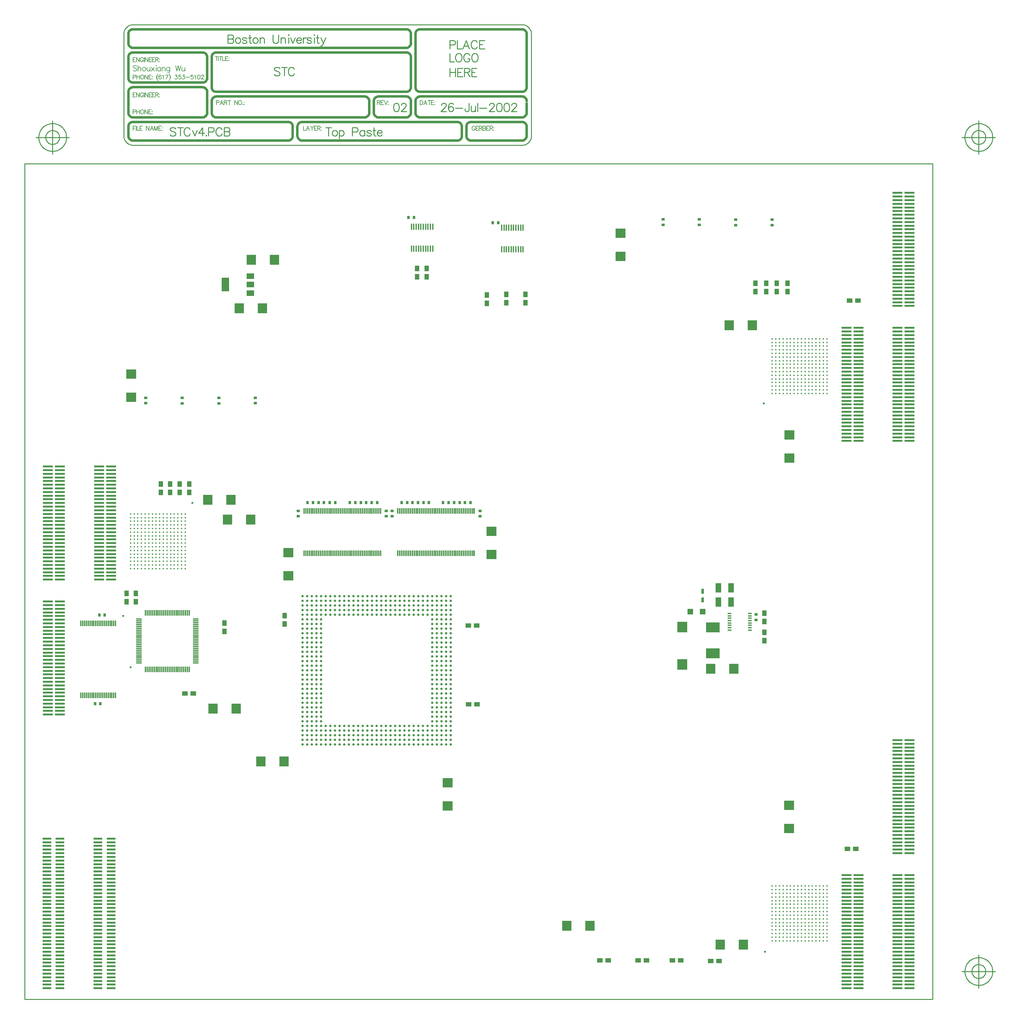
<source format=gtp>
%FSLAX24Y24*%
%MOIN*%
G70*
G01*
G75*
%ADD10R,0.1063X0.1004*%
%ADD11R,0.1004X0.1063*%
%ADD12R,0.1004X0.1063*%
%ADD13R,0.0315X0.0354*%
%ADD14C,0.0157*%
%ADD15C,0.0177*%
%ADD16C,0.0260*%
%ADD17C,0.0260*%
%ADD18R,0.0500X0.0600*%
%ADD19R,0.0165X0.0701*%
%ADD20R,0.0165X0.0701*%
%ADD21R,0.1063X0.0236*%
%ADD22R,0.0118X0.0591*%
%ADD23R,0.0600X0.0500*%
%ADD24R,0.1063X0.1004*%
%ADD25R,0.0354X0.0315*%
%ADD26R,0.1100X0.1150*%
%ADD27R,0.0600X0.1000*%
%ADD28R,0.0591X0.0118*%
%ADD29R,0.0118X0.0591*%
%ADD30R,0.0591X0.0118*%
%ADD31C,0.0230*%
%ADD32R,0.1063X0.0236*%
%ADD33R,0.0945X0.0236*%
%ADD34R,0.0945X0.0236*%
%ADD35R,0.0787X0.0591*%
%ADD36R,0.0787X0.1496*%
%ADD37R,0.0600X0.0600*%
%ADD38R,0.0256X0.0531*%
%ADD39R,0.1500X0.1100*%
%ADD40R,0.0413X0.0177*%
%ADD41C,0.0300*%
%ADD42C,0.0060*%
%ADD43C,0.0120*%
%ADD44C,0.0100*%
%ADD45C,0.0080*%
%ADD46C,0.0200*%
%ADD47C,0.0090*%
%ADD48R,0.3543X0.3277*%
%ADD49R,2.3300X1.6550*%
%ADD50R,0.1641X0.2598*%
%ADD51R,0.1260X0.0610*%
%ADD52R,0.1043X0.4154*%
%ADD53R,0.1595X0.4997*%
%ADD54R,0.1378X0.0433*%
%ADD55R,0.2343X0.0413*%
%ADD56R,0.2599X0.3378*%
%ADD57R,0.1457X0.1871*%
%ADD58R,0.0925X0.0729*%
%ADD59R,0.2599X0.0945*%
%ADD60R,0.4942X0.2658*%
%ADD61R,0.4548X0.2894*%
%ADD62R,0.3446X0.1871*%
%ADD63R,0.3288X0.1496*%
%ADD64R,0.0945X0.0532*%
%ADD65R,0.0610X0.1319*%
%ADD66R,0.0591X0.0650*%
%ADD67R,0.0413X0.0669*%
%ADD68R,0.0669X0.0158*%
%ADD69R,0.1713X0.3505*%
%ADD70C,0.0250*%
%ADD71C,0.0050*%
%ADD72C,0.0350*%
%ADD73C,0.0720*%
%ADD74P,0.0720X8X0*%
%ADD75C,0.0300*%
%ADD76C,0.0750*%
%ADD77C,0.0200*%
%ADD78C,0.2165*%
%ADD79C,0.2165*%
%ADD80C,0.0500*%
%ADD81R,0.0354X0.0315*%
%ADD82R,0.0315X0.0354*%
%ADD83R,2.3350X1.6650*%
%ADD84R,1.8350X3.4800*%
%ADD85C,0.0079*%
D10*
X75177Y77801D02*
D03*
Y75301D02*
D03*
X92377Y52951D02*
D03*
D11*
X67038Y60940D02*
D03*
X69538D02*
D03*
X72377Y104151D02*
D03*
X69877D02*
D03*
X73677Y109401D02*
D03*
X71177D02*
D03*
X105269Y37532D02*
D03*
X107769D02*
D03*
X122791Y102326D02*
D03*
X125291D02*
D03*
X123277Y65251D02*
D03*
X120777D02*
D03*
X66477Y83501D02*
D03*
X68977D02*
D03*
X121820Y35478D02*
D03*
X71127Y81351D02*
D03*
X124320Y35478D02*
D03*
X68627Y81351D02*
D03*
D12*
X72227Y55251D02*
D03*
X74727D02*
D03*
D13*
X97259Y113386D02*
D03*
X97850D02*
D03*
X88748Y113951D02*
D03*
X88157D02*
D03*
X83597Y83183D02*
D03*
X84778D02*
D03*
X83007D02*
D03*
X84188D02*
D03*
X81826D02*
D03*
X82416D02*
D03*
X77259D02*
D03*
X77849D02*
D03*
X80251D02*
D03*
X79660D02*
D03*
X78440D02*
D03*
X79030D02*
D03*
X92495D02*
D03*
X88597D02*
D03*
X89778D02*
D03*
X94857D02*
D03*
X87416D02*
D03*
X93676D02*
D03*
X91904D02*
D03*
X89188D02*
D03*
X90369D02*
D03*
X94267D02*
D03*
X55369Y71057D02*
D03*
X88007Y83183D02*
D03*
X93085D02*
D03*
X54306Y61490D02*
D03*
X54778Y71057D02*
D03*
X54896Y61490D02*
D03*
D14*
X62869Y78419D02*
D03*
Y78813D02*
D03*
Y79207D02*
D03*
Y78026D02*
D03*
X59719Y76057D02*
D03*
X60507D02*
D03*
X61294D02*
D03*
X62081D02*
D03*
X62475D02*
D03*
X63656D02*
D03*
X59326Y76451D02*
D03*
X61688D02*
D03*
X62081D02*
D03*
X58538Y76845D02*
D03*
X58932Y76845D02*
D03*
X59719D02*
D03*
X60113D02*
D03*
X60507D02*
D03*
X60900D02*
D03*
X61294D02*
D03*
X61688D02*
D03*
X62081D02*
D03*
X58932Y77238D02*
D03*
X59326D02*
D03*
X59719D02*
D03*
X60113D02*
D03*
X60507D02*
D03*
X60900D02*
D03*
X61294D02*
D03*
X61688D02*
D03*
X58932Y77632D02*
D03*
X60507D02*
D03*
X61294D02*
D03*
X61688D02*
D03*
X62475Y79601D02*
D03*
X61294Y80388D02*
D03*
X61688D02*
D03*
X60113Y80782D02*
D03*
X60507Y81175D02*
D03*
X61688D02*
D03*
X62475D02*
D03*
X58932Y81569D02*
D03*
X60113D02*
D03*
X60900D02*
D03*
X61688D02*
D03*
X60900Y81963D02*
D03*
X61294D02*
D03*
X61688D02*
D03*
X62869D02*
D03*
X60900Y77632D02*
D03*
X62081Y80782D02*
D03*
X61688D02*
D03*
X62081Y81175D02*
D03*
X61294Y80782D02*
D03*
X60900D02*
D03*
X61294Y81175D02*
D03*
X60900D02*
D03*
X62475Y80782D02*
D03*
X60507Y81569D02*
D03*
X59326Y81963D02*
D03*
X60507Y80782D02*
D03*
X59719Y81175D02*
D03*
X60900Y80388D02*
D03*
X62869Y77238D02*
D03*
Y76845D02*
D03*
Y76451D02*
D03*
Y76057D02*
D03*
X62475Y81963D02*
D03*
X62475Y81569D02*
D03*
X62475Y78813D02*
D03*
Y78419D02*
D03*
Y77238D02*
D03*
Y76845D02*
D03*
Y76451D02*
D03*
X62081Y81569D02*
D03*
Y77238D02*
D03*
X58144D02*
D03*
X58538D02*
D03*
X58144Y77632D02*
D03*
X58538D02*
D03*
X58144Y78026D02*
D03*
X58538D02*
D03*
X58932D02*
D03*
X59326D02*
D03*
X58144Y78419D02*
D03*
Y78813D02*
D03*
X58538D02*
D03*
X58932D02*
D03*
X59326D02*
D03*
X58144Y79601D02*
D03*
X58932D02*
D03*
X59719D02*
D03*
X58538Y79994D02*
D03*
X59326D02*
D03*
X58144Y80388D02*
D03*
X58932D02*
D03*
X59326D02*
D03*
X58144Y80782D02*
D03*
X58538D02*
D03*
X58932D02*
D03*
X59719D02*
D03*
X58144Y81175D02*
D03*
X58538D02*
D03*
X58932D02*
D03*
X59326D02*
D03*
Y81569D02*
D03*
X59719D02*
D03*
Y81963D02*
D03*
X58538Y78419D02*
D03*
X58932D02*
D03*
Y79994D02*
D03*
X58538Y80388D02*
D03*
X60113Y79207D02*
D03*
X58538Y79601D02*
D03*
X58144Y79994D02*
D03*
X64050Y76845D02*
D03*
Y81175D02*
D03*
X63656Y81963D02*
D03*
Y78813D02*
D03*
X63263Y79601D02*
D03*
X62475Y77632D02*
D03*
Y80388D02*
D03*
Y79207D02*
D03*
X62081Y78026D02*
D03*
Y79994D02*
D03*
X61688Y78419D02*
D03*
Y79601D02*
D03*
Y78813D02*
D03*
X61294Y79207D02*
D03*
Y78813D02*
D03*
X60900Y79207D02*
D03*
Y78813D02*
D03*
X60507Y78419D02*
D03*
Y80388D02*
D03*
Y79601D02*
D03*
X60113Y81963D02*
D03*
Y78026D02*
D03*
Y79994D02*
D03*
X59719Y77632D02*
D03*
Y80388D02*
D03*
X58932Y81963D02*
D03*
X58538D02*
D03*
X58144Y79207D02*
D03*
Y81963D02*
D03*
X58144Y76451D02*
D03*
X60113Y81175D02*
D03*
X59326Y79601D02*
D03*
X63263Y81175D02*
D03*
X62081Y81963D02*
D03*
X61294Y81569D02*
D03*
X60507Y81963D02*
D03*
X58932Y79207D02*
D03*
X63656Y78026D02*
D03*
X64050Y77632D02*
D03*
X63656Y77632D02*
D03*
X64050Y77238D02*
D03*
X63656D02*
D03*
X63656Y76845D02*
D03*
X64050Y76451D02*
D03*
Y76057D02*
D03*
Y78813D02*
D03*
X59326Y80782D02*
D03*
X63263Y81963D02*
D03*
X64050Y81569D02*
D03*
X63656Y81175D02*
D03*
X64050Y80782D02*
D03*
X63656D02*
D03*
X64050Y80388D02*
D03*
X63656D02*
D03*
X64050Y79994D02*
D03*
X63656Y79994D02*
D03*
X64050Y79601D02*
D03*
X63656D02*
D03*
X64050Y79207D02*
D03*
X63656D02*
D03*
X64050Y78419D02*
D03*
X63656D02*
D03*
X64050Y78026D02*
D03*
X63263Y80782D02*
D03*
Y80388D02*
D03*
Y79994D02*
D03*
Y79207D02*
D03*
Y78813D02*
D03*
Y78419D02*
D03*
Y78026D02*
D03*
X63263Y77632D02*
D03*
Y77238D02*
D03*
X63263Y76845D02*
D03*
X62869Y81569D02*
D03*
X62869Y81175D02*
D03*
Y80782D02*
D03*
Y80388D02*
D03*
Y79994D02*
D03*
Y79601D02*
D03*
X63656Y81569D02*
D03*
X63263Y76451D02*
D03*
X61688Y76057D02*
D03*
X61294Y76451D02*
D03*
X60900D02*
D03*
Y76057D02*
D03*
X60507Y76451D02*
D03*
X60113D02*
D03*
Y76057D02*
D03*
X59719Y76451D02*
D03*
X59326Y76845D02*
D03*
X59326Y76057D02*
D03*
X58932D02*
D03*
X59719Y78813D02*
D03*
X58538Y76451D02*
D03*
X58144Y76845D02*
D03*
X59326Y78419D02*
D03*
X58538Y76057D02*
D03*
X58144Y81569D02*
D03*
X58538Y79207D02*
D03*
X59719Y78419D02*
D03*
X58144Y76057D02*
D03*
X59326Y79207D02*
D03*
X63263Y76057D02*
D03*
X59719Y79207D02*
D03*
X62475Y78026D02*
D03*
X62081Y77632D02*
D03*
Y80388D02*
D03*
Y79601D02*
D03*
Y78813D02*
D03*
X61294Y78419D02*
D03*
Y79994D02*
D03*
Y79601D02*
D03*
X60900Y78419D02*
D03*
Y78026D02*
D03*
Y79601D02*
D03*
X60507Y78813D02*
D03*
X60113Y77632D02*
D03*
Y80388D02*
D03*
Y79601D02*
D03*
Y78813D02*
D03*
X59719Y78026D02*
D03*
X58538Y81569D02*
D03*
X62869Y77632D02*
D03*
X62475Y79994D02*
D03*
X62081Y78419D02*
D03*
Y79207D02*
D03*
X61688Y78026D02*
D03*
Y79994D02*
D03*
Y79207D02*
D03*
X61294Y78026D02*
D03*
X60900Y79994D02*
D03*
X60507Y78026D02*
D03*
Y79994D02*
D03*
Y79207D02*
D03*
X60113Y78419D02*
D03*
X59719Y79994D02*
D03*
X59326Y77632D02*
D03*
X63656Y76451D02*
D03*
X58932D02*
D03*
X63263Y81569D02*
D03*
X128223Y36293D02*
D03*
X132554Y41412D02*
D03*
X129404Y94955D02*
D03*
Y95349D02*
D03*
X129798D02*
D03*
Y94955D02*
D03*
X130585Y95349D02*
D03*
X130192D02*
D03*
X130979Y94955D02*
D03*
X130979Y95349D02*
D03*
X128617Y41412D02*
D03*
Y41805D02*
D03*
X129011Y41018D02*
D03*
Y41412D02*
D03*
X129404Y41018D02*
D03*
Y41412D02*
D03*
Y41805D02*
D03*
X127830Y37475D02*
D03*
X128223D02*
D03*
X129798Y41018D02*
D03*
X127436Y37868D02*
D03*
X127830D02*
D03*
X127436Y38262D02*
D03*
X127830D02*
D03*
X127436Y38656D02*
D03*
X127830D02*
D03*
X127436Y39443D02*
D03*
X127830D02*
D03*
X127436Y39837D02*
D03*
X127830D02*
D03*
X127436Y40231D02*
D03*
X127830D02*
D03*
X128223Y40231D02*
D03*
X127436Y40624D02*
D03*
X127830D02*
D03*
Y41018D02*
D03*
X127436Y41412D02*
D03*
Y41805D02*
D03*
X128223Y41018D02*
D03*
X128617D02*
D03*
X127436Y37475D02*
D03*
X128223Y37081D02*
D03*
X127830D02*
D03*
X127436Y37081D02*
D03*
X128223Y36687D02*
D03*
X127830D02*
D03*
X127436Y36293D02*
D03*
X128223Y35900D02*
D03*
X129404D02*
D03*
X129011Y35900D02*
D03*
Y36293D02*
D03*
X128617Y36293D02*
D03*
X129011Y38656D02*
D03*
X128617Y38262D02*
D03*
Y37868D02*
D03*
Y37475D02*
D03*
Y37081D02*
D03*
Y36687D02*
D03*
X128223Y40624D02*
D03*
Y39837D02*
D03*
Y39443D02*
D03*
Y39049D02*
D03*
Y38656D02*
D03*
Y37868D02*
D03*
X132160Y40231D02*
D03*
X131767Y37868D02*
D03*
X131373Y39443D02*
D03*
X130979Y38656D02*
D03*
Y37868D02*
D03*
Y39837D02*
D03*
X130585Y37868D02*
D03*
X130192Y39837D02*
D03*
X129798Y38656D02*
D03*
Y37868D02*
D03*
Y39837D02*
D03*
X129404Y38656D02*
D03*
Y39443D02*
D03*
X129011Y37868D02*
D03*
X128617Y40231D02*
D03*
X132160Y99286D02*
D03*
X131767Y96923D02*
D03*
X131373Y98498D02*
D03*
X130979Y97711D02*
D03*
Y96923D02*
D03*
Y98892D02*
D03*
X130585Y96923D02*
D03*
X130192Y98892D02*
D03*
X129798Y97711D02*
D03*
Y96923D02*
D03*
Y98892D02*
D03*
X129404Y97711D02*
D03*
Y98498D02*
D03*
X129011Y96923D02*
D03*
X128617Y99286D02*
D03*
X132948Y36293D02*
D03*
X131767Y39837D02*
D03*
X131373Y39049D02*
D03*
Y38262D02*
D03*
Y37475D02*
D03*
Y40231D02*
D03*
X130979Y39049D02*
D03*
X130585Y38262D02*
D03*
Y39837D02*
D03*
Y39443D02*
D03*
X130192Y38262D02*
D03*
Y37868D02*
D03*
Y39443D02*
D03*
X129404Y39049D02*
D03*
Y38262D02*
D03*
Y37475D02*
D03*
Y40231D02*
D03*
X129011Y39837D02*
D03*
X132948Y95349D02*
D03*
X131767Y98892D02*
D03*
X131373Y98105D02*
D03*
Y97317D02*
D03*
Y96530D02*
D03*
Y99286D02*
D03*
X130979Y98105D02*
D03*
X130585Y97317D02*
D03*
Y98892D02*
D03*
Y98498D02*
D03*
X130192Y97317D02*
D03*
Y96923D02*
D03*
Y98498D02*
D03*
X129404Y98105D02*
D03*
Y97317D02*
D03*
Y96530D02*
D03*
Y99286D02*
D03*
X129011Y98892D02*
D03*
X131767Y38656D02*
D03*
X131767Y97711D02*
D03*
X132554Y100467D02*
D03*
X128223Y41805D02*
D03*
X128223Y95349D02*
D03*
Y100860D02*
D03*
X127830Y41412D02*
D03*
X127830Y100467D02*
D03*
X132160Y38656D02*
D03*
X132160Y97711D02*
D03*
X133341Y41805D02*
D03*
X133341Y100860D02*
D03*
X131767Y39443D02*
D03*
X131767Y98498D02*
D03*
X132948Y38656D02*
D03*
X132948Y97711D02*
D03*
X133341Y36293D02*
D03*
X133341Y95349D02*
D03*
X132948Y41805D02*
D03*
X132948Y100860D02*
D03*
X132160Y39443D02*
D03*
X132160Y98498D02*
D03*
X128223Y41412D02*
D03*
X127830Y36293D02*
D03*
X129798Y41412D02*
D03*
Y41805D02*
D03*
X132160Y37081D02*
D03*
X127436Y39049D02*
D03*
X128223Y100467D02*
D03*
X127830Y95349D02*
D03*
X128223Y99679D02*
D03*
Y96923D02*
D03*
Y96136D02*
D03*
Y95742D02*
D03*
Y94955D02*
D03*
X127436Y95349D02*
D03*
X127830Y95742D02*
D03*
X127436Y96136D02*
D03*
X127830D02*
D03*
X127436Y96923D02*
D03*
X127830Y98498D02*
D03*
X127436D02*
D03*
X132160Y96136D02*
D03*
X127436Y98105D02*
D03*
X132554Y38656D02*
D03*
X132554Y97711D02*
D03*
X130585Y41412D02*
D03*
X130585Y100467D02*
D03*
X130585Y41018D02*
D03*
X130585Y100073D02*
D03*
X130979Y41412D02*
D03*
X130979Y100467D02*
D03*
X131373Y41805D02*
D03*
X131373Y100860D02*
D03*
X131373Y41412D02*
D03*
X131373Y100467D02*
D03*
X131373Y41018D02*
D03*
X131373Y100073D02*
D03*
X131767Y41412D02*
D03*
X131767Y100467D02*
D03*
X132160Y41805D02*
D03*
X132160Y100860D02*
D03*
X132554Y41805D02*
D03*
X132554Y100860D02*
D03*
X132948Y41412D02*
D03*
X132948Y100467D02*
D03*
X133341Y41412D02*
D03*
X133341Y100467D02*
D03*
X132948Y41018D02*
D03*
X132948Y100073D02*
D03*
X129404Y100860D02*
D03*
X127436D02*
D03*
X132160Y38262D02*
D03*
X132160Y97317D02*
D03*
X131373Y36687D02*
D03*
X131373Y95742D02*
D03*
X130192Y41412D02*
D03*
X130192Y100467D02*
D03*
X133341Y35900D02*
D03*
X133341Y94955D02*
D03*
X133341Y38656D02*
D03*
X132948Y35900D02*
D03*
X132554D02*
D03*
X131767Y39049D02*
D03*
Y37475D02*
D03*
Y40231D02*
D03*
X131373Y37868D02*
D03*
Y39837D02*
D03*
Y35900D02*
D03*
X130979Y38262D02*
D03*
Y37475D02*
D03*
Y39443D02*
D03*
X130585Y39049D02*
D03*
Y38656D02*
D03*
X130192Y39049D02*
D03*
Y38656D02*
D03*
X129798Y39049D02*
D03*
Y38262D02*
D03*
Y39443D02*
D03*
X129404Y37868D02*
D03*
Y39837D02*
D03*
X129011Y37475D02*
D03*
Y40231D02*
D03*
X128223Y38262D02*
D03*
X127830Y39049D02*
D03*
Y35900D02*
D03*
X127436Y36687D02*
D03*
Y41018D02*
D03*
X133341Y97711D02*
D03*
X132948Y94955D02*
D03*
X132554D02*
D03*
X131767Y98105D02*
D03*
Y96530D02*
D03*
Y99286D02*
D03*
X131373Y96923D02*
D03*
Y98892D02*
D03*
Y94955D02*
D03*
X130979Y97317D02*
D03*
Y96530D02*
D03*
Y98498D02*
D03*
X130585Y98105D02*
D03*
Y97711D02*
D03*
X130192Y98105D02*
D03*
Y97711D02*
D03*
X129798Y98105D02*
D03*
Y97317D02*
D03*
Y98498D02*
D03*
X129404Y96923D02*
D03*
Y98892D02*
D03*
X129011Y97711D02*
D03*
Y96530D02*
D03*
Y99286D02*
D03*
X128223Y97317D02*
D03*
X127830Y98105D02*
D03*
Y94955D02*
D03*
X127436Y95742D02*
D03*
Y100073D02*
D03*
X133341Y37868D02*
D03*
X133341Y96923D02*
D03*
X132948Y38262D02*
D03*
X132948Y97317D02*
D03*
X130192Y41018D02*
D03*
X130192Y100073D02*
D03*
X130585Y41805D02*
D03*
X130585Y100860D02*
D03*
X131373Y38656D02*
D03*
X131373Y97711D02*
D03*
X132948Y37475D02*
D03*
X132948Y96530D02*
D03*
X132554Y37868D02*
D03*
X132554Y96923D02*
D03*
X132554Y39443D02*
D03*
X132554Y98498D02*
D03*
X132948Y39443D02*
D03*
X132948Y98498D02*
D03*
X131767Y35900D02*
D03*
X131767Y94955D02*
D03*
X131767Y36293D02*
D03*
X131767Y95349D02*
D03*
X132160Y36293D02*
D03*
X132160Y95349D02*
D03*
X132160Y36687D02*
D03*
X132160Y95742D02*
D03*
X132554Y36687D02*
D03*
X132554Y95742D02*
D03*
X132948Y36687D02*
D03*
X132948Y95742D02*
D03*
X133341Y36687D02*
D03*
X133341Y95742D02*
D03*
X131767Y37081D02*
D03*
X131767Y96136D02*
D03*
X132554Y37081D02*
D03*
X132554Y96136D02*
D03*
X132948Y37081D02*
D03*
X132948Y96136D02*
D03*
X133341Y37081D02*
D03*
X133341Y96136D02*
D03*
X132160Y37475D02*
D03*
X132160Y96530D02*
D03*
X132554Y37475D02*
D03*
X132554Y96530D02*
D03*
X133341Y37475D02*
D03*
X133341Y96530D02*
D03*
X132160Y37868D02*
D03*
X132160Y96923D02*
D03*
X132948Y37868D02*
D03*
X132948Y96923D02*
D03*
X131767Y38262D02*
D03*
X131767Y97317D02*
D03*
X132554Y38262D02*
D03*
X132554Y97317D02*
D03*
X133341Y38262D02*
D03*
X133341Y97317D02*
D03*
X132160Y39049D02*
D03*
X132160Y98105D02*
D03*
X132554Y39049D02*
D03*
X132554Y98105D02*
D03*
X132948Y39049D02*
D03*
X132948Y98105D02*
D03*
X133341Y39049D02*
D03*
X133341Y98105D02*
D03*
X133341Y39443D02*
D03*
X133341Y98498D02*
D03*
X132160Y39837D02*
D03*
X132160Y98892D02*
D03*
X132554Y39837D02*
D03*
X132554Y98892D02*
D03*
X132948Y39837D02*
D03*
X132948Y98892D02*
D03*
X133341Y39837D02*
D03*
X133341Y98892D02*
D03*
X132948Y40231D02*
D03*
X132948Y99286D02*
D03*
X133341Y40231D02*
D03*
X133341Y99286D02*
D03*
X132948Y40624D02*
D03*
X132948Y99679D02*
D03*
X133341Y40624D02*
D03*
X133341Y99679D02*
D03*
X131767Y41805D02*
D03*
X130979D02*
D03*
X130192D02*
D03*
X129011D02*
D03*
X127830D02*
D03*
X132160Y41412D02*
D03*
X132554Y41018D02*
D03*
X132160D02*
D03*
X131767D02*
D03*
X130979D02*
D03*
X132554Y40624D02*
D03*
X132160D02*
D03*
X131767D02*
D03*
X131373D02*
D03*
X130585D02*
D03*
X130192D02*
D03*
X128617D02*
D03*
X132554Y40231D02*
D03*
X130979D02*
D03*
X130585D02*
D03*
X130192D02*
D03*
X129798D02*
D03*
X128617Y39837D02*
D03*
Y39443D02*
D03*
X129011Y39049D02*
D03*
X128617D02*
D03*
Y38656D02*
D03*
X129011Y38262D02*
D03*
X130585Y37475D02*
D03*
X131373Y37081D02*
D03*
X130979D02*
D03*
X129011D02*
D03*
X131767Y36687D02*
D03*
X130979D02*
D03*
X129798D02*
D03*
X129011D02*
D03*
X132554Y36293D02*
D03*
X131373D02*
D03*
X132160Y35900D02*
D03*
X130585D02*
D03*
X130192D02*
D03*
X128617D02*
D03*
X130585Y36687D02*
D03*
Y37081D02*
D03*
X129798Y40624D02*
D03*
X130192Y36687D02*
D03*
Y37081D02*
D03*
Y37475D02*
D03*
X129011Y39443D02*
D03*
Y40624D02*
D03*
X129404Y36293D02*
D03*
Y36687D02*
D03*
Y37081D02*
D03*
Y40624D02*
D03*
X129798Y35900D02*
D03*
Y36293D02*
D03*
Y37081D02*
D03*
Y37475D02*
D03*
X130979Y40624D02*
D03*
X133341Y41018D02*
D03*
X130192Y36293D02*
D03*
X130585D02*
D03*
X130979D02*
D03*
Y35900D02*
D03*
X130979Y99679D02*
D03*
X133341Y100073D02*
D03*
X130585Y95742D02*
D03*
X130192D02*
D03*
X131767Y100860D02*
D03*
X130979D02*
D03*
X130192D02*
D03*
X129011D02*
D03*
X127830D02*
D03*
X132160Y100467D02*
D03*
X132554Y100073D02*
D03*
X132160D02*
D03*
X131767D02*
D03*
X130979D02*
D03*
X128617D02*
D03*
X132554Y99679D02*
D03*
X132160D02*
D03*
X131767D02*
D03*
X131373D02*
D03*
X130585D02*
D03*
X130192D02*
D03*
X128617D02*
D03*
X132554Y99286D02*
D03*
X130979D02*
D03*
X130585D02*
D03*
X130192D02*
D03*
X129798D02*
D03*
X128617Y98892D02*
D03*
Y98498D02*
D03*
X129011Y98105D02*
D03*
X128617D02*
D03*
Y97711D02*
D03*
X129011Y97317D02*
D03*
X130585Y96530D02*
D03*
X131373Y96136D02*
D03*
X130979D02*
D03*
X129011D02*
D03*
X131767Y95742D02*
D03*
X130979D02*
D03*
X129798D02*
D03*
X129011D02*
D03*
X132554Y95349D02*
D03*
X131373D02*
D03*
X132160Y94955D02*
D03*
X130585D02*
D03*
X130192D02*
D03*
X128617D02*
D03*
X129404Y100073D02*
D03*
Y99679D02*
D03*
Y96136D02*
D03*
Y95742D02*
D03*
X129011Y100073D02*
D03*
Y99679D02*
D03*
X129798Y96530D02*
D03*
Y96136D02*
D03*
X129011Y98498D02*
D03*
X130192Y96530D02*
D03*
Y96136D02*
D03*
X129798Y100073D02*
D03*
Y99679D02*
D03*
X130585Y96136D02*
D03*
X128223Y98105D02*
D03*
Y98892D02*
D03*
X128617Y95742D02*
D03*
Y96136D02*
D03*
Y96530D02*
D03*
Y96923D02*
D03*
X129404Y100467D02*
D03*
X129798Y100860D02*
D03*
Y100467D02*
D03*
X128223Y97711D02*
D03*
Y98498D02*
D03*
Y99286D02*
D03*
Y100073D02*
D03*
X128617Y97317D02*
D03*
X129011Y100467D02*
D03*
X128617Y100467D02*
D03*
Y100860D02*
D03*
X127830Y96923D02*
D03*
X127436Y97317D02*
D03*
X127830Y96530D02*
D03*
X128223Y96530D02*
D03*
X127830Y97711D02*
D03*
Y99286D02*
D03*
X127436Y96530D02*
D03*
X127830Y97317D02*
D03*
X127436Y99679D02*
D03*
X127830D02*
D03*
X129011Y95349D02*
D03*
X127436Y100467D02*
D03*
X127830Y100073D02*
D03*
X127436Y99286D02*
D03*
X127436Y98892D02*
D03*
X127830Y98892D02*
D03*
X127436Y97711D02*
D03*
X128617Y95349D02*
D03*
X129011Y94955D02*
D03*
D15*
X64050Y81963D02*
D03*
X127436Y35900D02*
D03*
X127436Y94955D02*
D03*
D16*
X90727Y72101D02*
D03*
Y68101D02*
D03*
Y64601D02*
D03*
X78727Y65601D02*
D03*
X90727Y69601D02*
D03*
X78727Y60101D02*
D03*
Y61601D02*
D03*
X79227Y59101D02*
D03*
X84227D02*
D03*
X90727Y63101D02*
D03*
X89727Y59101D02*
D03*
X90727Y61601D02*
D03*
Y60101D02*
D03*
X78727Y63601D02*
D03*
Y64601D02*
D03*
X90727Y66601D02*
D03*
Y65601D02*
D03*
X77227Y65101D02*
D03*
X77727D02*
D03*
Y64601D02*
D03*
Y58601D02*
D03*
Y60101D02*
D03*
X78727Y60601D02*
D03*
Y59601D02*
D03*
Y64101D02*
D03*
X78227Y59601D02*
D03*
Y61101D02*
D03*
X78727D02*
D03*
X91727Y66601D02*
D03*
X91227Y67101D02*
D03*
Y70601D02*
D03*
X91727D02*
D03*
Y71601D02*
D03*
X92227D02*
D03*
X92727Y69101D02*
D03*
X91227Y70101D02*
D03*
Y67601D02*
D03*
X91727Y67101D02*
D03*
X92727D02*
D03*
X91227Y66101D02*
D03*
Y65601D02*
D03*
X91727D02*
D03*
X92727Y65101D02*
D03*
X92227D02*
D03*
X92727Y72101D02*
D03*
X91227Y69101D02*
D03*
X92727Y69601D02*
D03*
X90727Y66101D02*
D03*
Y68601D02*
D03*
Y67601D02*
D03*
Y67101D02*
D03*
X91227Y65101D02*
D03*
X84727Y57101D02*
D03*
Y58101D02*
D03*
Y57601D02*
D03*
X85227D02*
D03*
X78227Y58601D02*
D03*
X78727D02*
D03*
X78227Y58101D02*
D03*
X91727Y57101D02*
D03*
X92727D02*
D03*
Y57601D02*
D03*
Y58601D02*
D03*
Y59101D02*
D03*
Y60601D02*
D03*
Y61101D02*
D03*
Y61601D02*
D03*
Y62601D02*
D03*
Y63101D02*
D03*
Y63601D02*
D03*
Y64601D02*
D03*
Y65601D02*
D03*
Y66101D02*
D03*
Y66601D02*
D03*
Y67601D02*
D03*
Y68601D02*
D03*
Y70101D02*
D03*
Y70601D02*
D03*
Y71601D02*
D03*
Y72601D02*
D03*
Y73101D02*
D03*
X92227Y57101D02*
D03*
Y57601D02*
D03*
Y58101D02*
D03*
Y59601D02*
D03*
Y60101D02*
D03*
Y62101D02*
D03*
Y64101D02*
D03*
Y65601D02*
D03*
Y66101D02*
D03*
Y66601D02*
D03*
Y67101D02*
D03*
Y67601D02*
D03*
Y68101D02*
D03*
Y68601D02*
D03*
Y69101D02*
D03*
Y69601D02*
D03*
Y70601D02*
D03*
Y71101D02*
D03*
Y72101D02*
D03*
Y72601D02*
D03*
Y73101D02*
D03*
X91727Y58101D02*
D03*
Y62601D02*
D03*
Y66101D02*
D03*
Y67601D02*
D03*
Y68601D02*
D03*
Y69101D02*
D03*
Y69601D02*
D03*
Y70101D02*
D03*
Y72101D02*
D03*
Y72601D02*
D03*
Y73101D02*
D03*
X91227Y58101D02*
D03*
Y58601D02*
D03*
Y59101D02*
D03*
Y66601D02*
D03*
Y68601D02*
D03*
Y69601D02*
D03*
Y71601D02*
D03*
Y72101D02*
D03*
Y72601D02*
D03*
Y73101D02*
D03*
X90727Y58101D02*
D03*
Y58601D02*
D03*
Y59101D02*
D03*
Y62101D02*
D03*
Y62601D02*
D03*
Y65101D02*
D03*
Y69101D02*
D03*
Y70601D02*
D03*
Y71101D02*
D03*
Y71601D02*
D03*
Y72601D02*
D03*
Y73101D02*
D03*
X90227Y57601D02*
D03*
Y58601D02*
D03*
Y59101D02*
D03*
Y71101D02*
D03*
Y71601D02*
D03*
Y72101D02*
D03*
Y72601D02*
D03*
Y73101D02*
D03*
X89727Y57101D02*
D03*
Y71101D02*
D03*
Y71601D02*
D03*
Y72101D02*
D03*
Y72601D02*
D03*
Y73101D02*
D03*
X89227Y71101D02*
D03*
Y71601D02*
D03*
Y72101D02*
D03*
Y72601D02*
D03*
Y73101D02*
D03*
X88727Y57601D02*
D03*
Y59101D02*
D03*
Y71101D02*
D03*
Y71601D02*
D03*
Y72101D02*
D03*
Y72601D02*
D03*
Y73101D02*
D03*
X88227Y57101D02*
D03*
Y71101D02*
D03*
Y71601D02*
D03*
Y72101D02*
D03*
Y72601D02*
D03*
Y73101D02*
D03*
X87727Y71101D02*
D03*
Y71601D02*
D03*
Y72101D02*
D03*
Y72601D02*
D03*
Y73101D02*
D03*
X87227Y57101D02*
D03*
Y57601D02*
D03*
Y59101D02*
D03*
Y71101D02*
D03*
Y71601D02*
D03*
Y72101D02*
D03*
Y72601D02*
D03*
Y73101D02*
D03*
X86727Y57601D02*
D03*
Y71101D02*
D03*
Y71601D02*
D03*
Y72101D02*
D03*
Y72601D02*
D03*
Y73101D02*
D03*
X86227Y57101D02*
D03*
Y57601D02*
D03*
Y71101D02*
D03*
Y71601D02*
D03*
Y72101D02*
D03*
Y72601D02*
D03*
Y73101D02*
D03*
X85727Y57601D02*
D03*
Y71101D02*
D03*
Y71601D02*
D03*
Y72101D02*
D03*
Y72601D02*
D03*
Y73101D02*
D03*
X85227Y57101D02*
D03*
Y71101D02*
D03*
Y71601D02*
D03*
Y72101D02*
D03*
Y72601D02*
D03*
Y73101D02*
D03*
X84727Y71101D02*
D03*
Y71601D02*
D03*
Y72101D02*
D03*
Y72601D02*
D03*
Y73101D02*
D03*
X84227Y57101D02*
D03*
Y57601D02*
D03*
Y58101D02*
D03*
Y58601D02*
D03*
Y72601D02*
D03*
Y73101D02*
D03*
X83727Y57601D02*
D03*
Y72601D02*
D03*
X83227Y57101D02*
D03*
Y71601D02*
D03*
Y73101D02*
D03*
X82727Y57101D02*
D03*
Y72601D02*
D03*
X82227Y57101D02*
D03*
Y58101D02*
D03*
Y72101D02*
D03*
Y73101D02*
D03*
X81727Y57601D02*
D03*
X81227Y57101D02*
D03*
Y58101D02*
D03*
Y71101D02*
D03*
Y73101D02*
D03*
X80727Y72601D02*
D03*
Y73101D02*
D03*
X80227Y57101D02*
D03*
X79727Y57601D02*
D03*
Y72101D02*
D03*
Y73101D02*
D03*
X79227Y57601D02*
D03*
Y71101D02*
D03*
Y72601D02*
D03*
X78727Y57101D02*
D03*
Y59101D02*
D03*
Y62101D02*
D03*
Y62601D02*
D03*
Y63101D02*
D03*
Y65101D02*
D03*
Y66101D02*
D03*
Y66601D02*
D03*
Y67101D02*
D03*
Y67601D02*
D03*
Y68101D02*
D03*
Y68601D02*
D03*
Y69101D02*
D03*
Y69601D02*
D03*
Y70101D02*
D03*
Y70601D02*
D03*
Y71101D02*
D03*
Y71601D02*
D03*
X78227Y57101D02*
D03*
Y59101D02*
D03*
Y60101D02*
D03*
Y60601D02*
D03*
Y61601D02*
D03*
Y62101D02*
D03*
Y62601D02*
D03*
Y65101D02*
D03*
Y65601D02*
D03*
Y66101D02*
D03*
Y66601D02*
D03*
Y67101D02*
D03*
Y67601D02*
D03*
Y68101D02*
D03*
Y69601D02*
D03*
Y71101D02*
D03*
Y71601D02*
D03*
Y73101D02*
D03*
X77727Y57601D02*
D03*
Y58101D02*
D03*
Y64101D02*
D03*
Y65601D02*
D03*
Y66101D02*
D03*
Y66601D02*
D03*
Y67101D02*
D03*
Y67601D02*
D03*
Y68101D02*
D03*
Y68601D02*
D03*
Y69601D02*
D03*
Y70101D02*
D03*
Y71101D02*
D03*
Y71601D02*
D03*
Y72101D02*
D03*
X77227Y57101D02*
D03*
Y57601D02*
D03*
Y58101D02*
D03*
Y59601D02*
D03*
Y61101D02*
D03*
Y61601D02*
D03*
Y63101D02*
D03*
Y64101D02*
D03*
Y64601D02*
D03*
Y65601D02*
D03*
Y66101D02*
D03*
Y66601D02*
D03*
Y67101D02*
D03*
Y67601D02*
D03*
Y68101D02*
D03*
Y68601D02*
D03*
Y69601D02*
D03*
Y70101D02*
D03*
Y70601D02*
D03*
Y71601D02*
D03*
Y72101D02*
D03*
Y72601D02*
D03*
Y73101D02*
D03*
X76727Y57101D02*
D03*
Y57601D02*
D03*
Y58601D02*
D03*
Y60101D02*
D03*
Y61601D02*
D03*
Y62601D02*
D03*
Y63101D02*
D03*
Y63601D02*
D03*
Y64601D02*
D03*
Y65101D02*
D03*
Y65601D02*
D03*
Y66101D02*
D03*
Y66601D02*
D03*
Y67101D02*
D03*
Y67601D02*
D03*
Y68101D02*
D03*
Y68601D02*
D03*
Y69101D02*
D03*
Y69601D02*
D03*
Y70101D02*
D03*
Y70601D02*
D03*
Y71101D02*
D03*
Y71601D02*
D03*
Y72101D02*
D03*
Y72601D02*
D03*
Y73101D02*
D03*
X80227Y57601D02*
D03*
X79227Y58601D02*
D03*
X77727Y57101D02*
D03*
X79727Y59101D02*
D03*
X78727Y58101D02*
D03*
X78227Y57601D02*
D03*
X80227Y59101D02*
D03*
X78727Y57601D02*
D03*
X80727Y59101D02*
D03*
X79227Y57101D02*
D03*
X79727D02*
D03*
X80727Y58601D02*
D03*
X80227Y58101D02*
D03*
X81227Y59101D02*
D03*
X80727Y58101D02*
D03*
Y57601D02*
D03*
X81227Y58601D02*
D03*
X85227Y58101D02*
D03*
X85727Y57101D02*
D03*
Y58601D02*
D03*
X86227Y58101D02*
D03*
X86727Y57101D02*
D03*
X86227Y59101D02*
D03*
X86727Y58101D02*
D03*
Y58601D02*
D03*
X87227Y58101D02*
D03*
X86727Y59101D02*
D03*
X87727Y57101D02*
D03*
X87227Y58601D02*
D03*
X87727D02*
D03*
X88227Y57601D02*
D03*
X86227Y58601D02*
D03*
X83727Y59101D02*
D03*
X81727D02*
D03*
X80727Y57101D02*
D03*
X81727Y58601D02*
D03*
X81227Y57601D02*
D03*
X82227Y59101D02*
D03*
X81727Y58101D02*
D03*
Y57101D02*
D03*
X82227Y58601D02*
D03*
X82727Y59101D02*
D03*
Y58601D02*
D03*
Y58101D02*
D03*
Y57601D02*
D03*
X83227Y59101D02*
D03*
Y58601D02*
D03*
Y58101D02*
D03*
Y57601D02*
D03*
X83727Y58601D02*
D03*
Y57101D02*
D03*
Y58101D02*
D03*
X82227Y57601D02*
D03*
X90227Y58101D02*
D03*
X88227D02*
D03*
X88727Y57101D02*
D03*
X87727Y59101D02*
D03*
X88727Y58101D02*
D03*
X88227Y58601D02*
D03*
Y59101D02*
D03*
X88727Y58601D02*
D03*
X89727Y57601D02*
D03*
X90227Y57101D02*
D03*
X89727Y58101D02*
D03*
X89227Y58601D02*
D03*
Y59101D02*
D03*
X89727Y58601D02*
D03*
X89227Y58101D02*
D03*
X80727Y71601D02*
D03*
Y71101D02*
D03*
Y72101D02*
D03*
X81227Y71601D02*
D03*
Y72601D02*
D03*
Y72101D02*
D03*
X81727Y71101D02*
D03*
Y72101D02*
D03*
X84227D02*
D03*
Y71101D02*
D03*
X83727Y72101D02*
D03*
Y71101D02*
D03*
X83227Y72101D02*
D03*
X82727Y73101D02*
D03*
Y71601D02*
D03*
X82227Y72601D02*
D03*
X82727Y71101D02*
D03*
X83227D02*
D03*
Y72601D02*
D03*
X83727Y71601D02*
D03*
Y73101D02*
D03*
X84227Y71601D02*
D03*
X80227Y72601D02*
D03*
X79727Y71101D02*
D03*
X79227Y71601D02*
D03*
X78727Y73101D02*
D03*
X78227Y72101D02*
D03*
X77727Y72601D02*
D03*
Y73101D02*
D03*
X78227Y72601D02*
D03*
X80227Y71601D02*
D03*
X82227D02*
D03*
X80227Y71101D02*
D03*
X79727Y71601D02*
D03*
Y72601D02*
D03*
X81727D02*
D03*
Y73101D02*
D03*
X82227Y71101D02*
D03*
X81727Y71601D02*
D03*
X90727Y64101D02*
D03*
Y60601D02*
D03*
Y63601D02*
D03*
X91727Y57601D02*
D03*
X92727Y58101D02*
D03*
X91727Y58601D02*
D03*
X92227Y59101D02*
D03*
X90727Y59601D02*
D03*
X91227D02*
D03*
X92227Y63101D02*
D03*
X91727D02*
D03*
X91227D02*
D03*
X92227Y62601D02*
D03*
X91727Y61601D02*
D03*
X91227D02*
D03*
X92227Y64601D02*
D03*
Y61101D02*
D03*
X91727D02*
D03*
X91227D02*
D03*
X90727D02*
D03*
X92227Y60601D02*
D03*
X91727D02*
D03*
X91227D02*
D03*
X92727Y60101D02*
D03*
X91727D02*
D03*
X91227D02*
D03*
Y64601D02*
D03*
X92727Y64101D02*
D03*
X91727D02*
D03*
X91227D02*
D03*
X92227Y63601D02*
D03*
X76727Y64101D02*
D03*
X77227Y63601D02*
D03*
X77727D02*
D03*
X78227D02*
D03*
X77727Y63101D02*
D03*
X77227Y58601D02*
D03*
X78227Y64601D02*
D03*
Y64101D02*
D03*
X77227Y60101D02*
D03*
X77727Y59101D02*
D03*
X77227D02*
D03*
X76727D02*
D03*
X77727Y59601D02*
D03*
X76727D02*
D03*
Y58101D02*
D03*
Y62101D02*
D03*
X77227D02*
D03*
X77727D02*
D03*
Y61601D02*
D03*
X76727Y61101D02*
D03*
X77727D02*
D03*
X76727Y60601D02*
D03*
X77227D02*
D03*
X77727D02*
D03*
X78227Y63101D02*
D03*
X84727Y58601D02*
D03*
D17*
Y59101D02*
D03*
X90727Y70101D02*
D03*
X91227Y71101D02*
D03*
X91727D02*
D03*
X92727Y68101D02*
D03*
X91727D02*
D03*
X92227Y70101D02*
D03*
X92727Y71101D02*
D03*
X91227Y68101D02*
D03*
X78227Y68601D02*
D03*
Y69101D02*
D03*
Y70101D02*
D03*
Y70601D02*
D03*
X77727Y69101D02*
D03*
Y70601D02*
D03*
X77227Y69101D02*
D03*
Y71101D02*
D03*
X79727Y58601D02*
D03*
X79227Y58101D02*
D03*
X80227Y58601D02*
D03*
X79727Y58101D02*
D03*
X87727Y57601D02*
D03*
X85227Y58601D02*
D03*
Y59101D02*
D03*
X85727Y58101D02*
D03*
Y59101D02*
D03*
X87727Y58101D02*
D03*
X89227Y57101D02*
D03*
Y57601D02*
D03*
X90727Y57101D02*
D03*
Y57601D02*
D03*
X91227D02*
D03*
Y57101D02*
D03*
X80227Y73101D02*
D03*
Y72101D02*
D03*
X82727D02*
D03*
X79227D02*
D03*
X78727Y72601D02*
D03*
Y72101D02*
D03*
X79227Y73101D02*
D03*
X92227Y58601D02*
D03*
X91727Y59101D02*
D03*
Y65101D02*
D03*
Y62101D02*
D03*
X91227Y62601D02*
D03*
Y62101D02*
D03*
X92227Y61601D02*
D03*
X91727Y64601D02*
D03*
X92727Y59601D02*
D03*
X91727D02*
D03*
Y63601D02*
D03*
X91227D02*
D03*
X92727Y62101D02*
D03*
X77227Y62601D02*
D03*
X77727D02*
D03*
D18*
X96627Y104701D02*
D03*
Y105601D02*
D03*
X89077Y107551D02*
D03*
Y108451D02*
D03*
X74798Y70078D02*
D03*
Y70978D02*
D03*
X57711Y72475D02*
D03*
X58735D02*
D03*
X68277Y69301D02*
D03*
X98727Y104751D02*
D03*
X100777D02*
D03*
X90127Y107551D02*
D03*
X57711Y73375D02*
D03*
X98727Y105651D02*
D03*
X100777D02*
D03*
X90127Y108451D02*
D03*
X58735Y73375D02*
D03*
X68277Y70201D02*
D03*
X125627Y106851D02*
D03*
X126777D02*
D03*
X127927D02*
D03*
X129077D02*
D03*
X61412Y85191D02*
D03*
X62436D02*
D03*
X63459D02*
D03*
X64483D02*
D03*
X61412Y84291D02*
D03*
X126777Y105951D02*
D03*
X62436Y84291D02*
D03*
X127927Y105951D02*
D03*
X63459Y84291D02*
D03*
X129077Y105951D02*
D03*
X64483Y84291D02*
D03*
X125627Y105951D02*
D03*
X126577Y69201D02*
D03*
Y68301D02*
D03*
Y71251D02*
D03*
Y70351D02*
D03*
D19*
X98224Y110512D02*
D03*
X100527D02*
D03*
X98480Y112851D02*
D03*
X99504Y110512D02*
D03*
X100015Y112851D02*
D03*
X99759D02*
D03*
X99504D02*
D03*
X99248D02*
D03*
X98736D02*
D03*
X100527D02*
D03*
X100271Y110512D02*
D03*
X100015D02*
D03*
X98736D02*
D03*
X100271Y112851D02*
D03*
X98992D02*
D03*
X98224D02*
D03*
X89245Y110601D02*
D03*
X88989D02*
D03*
X88733D02*
D03*
X88989Y112939D02*
D03*
X89245D02*
D03*
X89501D02*
D03*
X89757D02*
D03*
X90013D02*
D03*
X90780D02*
D03*
X88733D02*
D03*
X90268D02*
D03*
X90524D02*
D03*
X90780Y110601D02*
D03*
X88477D02*
D03*
Y112939D02*
D03*
X90013Y110601D02*
D03*
D20*
X99248Y110512D02*
D03*
X98992D02*
D03*
X99759D02*
D03*
X98480D02*
D03*
X89757Y110601D02*
D03*
X89501D02*
D03*
X90524D02*
D03*
X90268D02*
D03*
D21*
X50526Y61490D02*
D03*
Y69758D02*
D03*
Y60703D02*
D03*
X49227Y71333D02*
D03*
Y69758D02*
D03*
X54739Y85900D02*
D03*
Y75270D02*
D03*
Y77632D02*
D03*
Y79994D02*
D03*
Y81569D02*
D03*
Y83931D02*
D03*
X140959Y37475D02*
D03*
Y96530D02*
D03*
X50526Y80388D02*
D03*
X142259Y37868D02*
D03*
Y96923D02*
D03*
X49227Y79994D02*
D03*
X142259Y38656D02*
D03*
Y97711D02*
D03*
X49227Y79207D02*
D03*
X140959Y33144D02*
D03*
Y92199D02*
D03*
X50526Y84719D02*
D03*
X135448Y33931D02*
D03*
Y92986D02*
D03*
X56038Y83931D02*
D03*
X49227Y60703D02*
D03*
X140959Y38262D02*
D03*
Y97317D02*
D03*
X50526Y79601D02*
D03*
X135448Y39049D02*
D03*
Y98105D02*
D03*
X56038Y78813D02*
D03*
X142259Y50860D02*
D03*
Y109916D02*
D03*
Y50467D02*
D03*
Y109522D02*
D03*
Y50073D02*
D03*
Y109128D02*
D03*
Y49679D02*
D03*
Y108734D02*
D03*
Y48892D02*
D03*
Y107947D02*
D03*
Y48498D02*
D03*
Y107553D02*
D03*
Y48105D02*
D03*
Y107160D02*
D03*
Y47711D02*
D03*
Y106766D02*
D03*
Y46923D02*
D03*
Y105979D02*
D03*
Y46530D02*
D03*
Y105585D02*
D03*
Y46136D02*
D03*
Y105191D02*
D03*
Y45742D02*
D03*
Y104797D02*
D03*
X136747Y37475D02*
D03*
Y96530D02*
D03*
X54739Y80388D02*
D03*
X136747Y31175D02*
D03*
Y90231D02*
D03*
X54739Y86687D02*
D03*
X140959Y56766D02*
D03*
Y115821D02*
D03*
X49227Y61490D02*
D03*
X136747Y33538D02*
D03*
Y92593D02*
D03*
X54739Y84325D02*
D03*
X49227Y60309D02*
D03*
Y61097D02*
D03*
Y61884D02*
D03*
Y62671D02*
D03*
Y63459D02*
D03*
Y64246D02*
D03*
Y65034D02*
D03*
Y65821D02*
D03*
Y66608D02*
D03*
Y67396D02*
D03*
X50526Y85900D02*
D03*
Y74876D02*
D03*
X49227Y86294D02*
D03*
X50526Y75664D02*
D03*
X49227Y76451D02*
D03*
X50526Y78026D02*
D03*
X49227Y78813D02*
D03*
Y79601D02*
D03*
X50526Y79994D02*
D03*
Y80782D02*
D03*
X49227Y81569D02*
D03*
X50526Y83144D02*
D03*
X49227Y83931D02*
D03*
X56038Y74876D02*
D03*
X54739Y76451D02*
D03*
X56038Y77238D02*
D03*
X54739Y78813D02*
D03*
X56038Y79601D02*
D03*
Y80388D02*
D03*
X54739Y80782D02*
D03*
X56038Y86687D02*
D03*
Y82356D02*
D03*
X54739Y82750D02*
D03*
X56038Y84325D02*
D03*
X54739Y84719D02*
D03*
X56038Y85112D02*
D03*
X142259Y57553D02*
D03*
Y56766D02*
D03*
Y55979D02*
D03*
Y55191D02*
D03*
Y51254D02*
D03*
Y49286D02*
D03*
X140959D02*
D03*
X142259Y45349D02*
D03*
Y47317D02*
D03*
X140959D02*
D03*
Y45349D02*
D03*
Y31963D02*
D03*
Y42986D02*
D03*
X142259Y31569D02*
D03*
X140959Y42199D02*
D03*
X142259Y41412D02*
D03*
X140959Y39837D02*
D03*
X142259Y39049D02*
D03*
Y38262D02*
D03*
X140959Y37868D02*
D03*
Y37081D02*
D03*
X142259Y36293D02*
D03*
X140959Y34719D02*
D03*
X142259Y33931D02*
D03*
X135448Y42986D02*
D03*
X136747Y41412D02*
D03*
X135448Y40624D02*
D03*
X136747Y39049D02*
D03*
X135448Y38262D02*
D03*
Y37475D02*
D03*
X136747Y37081D02*
D03*
X135448Y31175D02*
D03*
Y35506D02*
D03*
X136747Y35112D02*
D03*
X135448Y33538D02*
D03*
X136747Y33144D02*
D03*
X135448Y32750D02*
D03*
X142259Y116608D02*
D03*
Y115821D02*
D03*
Y115034D02*
D03*
Y114246D02*
D03*
Y110309D02*
D03*
Y108341D02*
D03*
X140959D02*
D03*
X142259Y104404D02*
D03*
Y106372D02*
D03*
X140959D02*
D03*
Y104404D02*
D03*
Y91018D02*
D03*
Y102042D02*
D03*
X142259Y90624D02*
D03*
X140959Y101254D02*
D03*
X142259Y100467D02*
D03*
X140959Y98892D02*
D03*
X142259Y98105D02*
D03*
Y97317D02*
D03*
X140959Y96923D02*
D03*
Y96136D02*
D03*
X142259Y95349D02*
D03*
X140959Y93774D02*
D03*
X142259Y92986D02*
D03*
X135448Y102042D02*
D03*
X136747Y100467D02*
D03*
X135448Y99679D02*
D03*
X136747Y98105D02*
D03*
X135448Y97317D02*
D03*
Y96530D02*
D03*
X136747Y96136D02*
D03*
X135448Y90231D02*
D03*
Y94561D02*
D03*
X136747Y94168D02*
D03*
X135448Y92593D02*
D03*
X136747Y92199D02*
D03*
X135448Y91805D02*
D03*
Y37081D02*
D03*
Y96136D02*
D03*
X56038Y80782D02*
D03*
X135448Y37868D02*
D03*
Y96923D02*
D03*
X56038Y79994D02*
D03*
X140959Y55979D02*
D03*
Y115034D02*
D03*
X49227Y62278D02*
D03*
X140959Y55191D02*
D03*
Y114246D02*
D03*
X49227Y63065D02*
D03*
X135448Y33144D02*
D03*
Y92199D02*
D03*
X56038Y84719D02*
D03*
X136747Y35506D02*
D03*
Y94561D02*
D03*
X54739Y82356D02*
D03*
X142259Y36687D02*
D03*
Y95742D02*
D03*
X49227Y81175D02*
D03*
X140959Y39049D02*
D03*
Y98105D02*
D03*
X50526Y78813D02*
D03*
X136747Y40624D02*
D03*
Y99679D02*
D03*
X54739Y77238D02*
D03*
X136747Y34325D02*
D03*
Y93380D02*
D03*
X54739Y83538D02*
D03*
X140959Y34325D02*
D03*
Y93380D02*
D03*
X50526Y83538D02*
D03*
X142259Y34325D02*
D03*
Y93380D02*
D03*
X49227Y83538D02*
D03*
X135448Y34719D02*
D03*
Y93774D02*
D03*
X56038Y83144D02*
D03*
X136747Y34719D02*
D03*
Y93774D02*
D03*
X54739Y83144D02*
D03*
X142259Y34719D02*
D03*
Y93774D02*
D03*
X49227Y83144D02*
D03*
X135448Y35112D02*
D03*
Y94168D02*
D03*
X56038Y82750D02*
D03*
X140959Y35112D02*
D03*
Y94168D02*
D03*
X50526Y82750D02*
D03*
X142259Y35506D02*
D03*
Y94561D02*
D03*
X49227Y82356D02*
D03*
X135448Y35900D02*
D03*
Y94955D02*
D03*
X56038Y81963D02*
D03*
X136747Y35900D02*
D03*
Y94955D02*
D03*
X54739Y81963D02*
D03*
X142259Y35900D02*
D03*
Y94955D02*
D03*
X49227Y81963D02*
D03*
X135448Y36293D02*
D03*
Y95349D02*
D03*
X56038Y81569D02*
D03*
X140959Y36293D02*
D03*
Y95349D02*
D03*
X50526Y81569D02*
D03*
X136747Y36687D02*
D03*
Y95742D02*
D03*
X54739Y81175D02*
D03*
X140959Y36687D02*
D03*
Y95742D02*
D03*
X50526Y81175D02*
D03*
X136747Y39443D02*
D03*
Y98498D02*
D03*
X54739Y78419D02*
D03*
X140959Y39443D02*
D03*
Y98498D02*
D03*
X50526Y78419D02*
D03*
X142259Y39443D02*
D03*
Y98498D02*
D03*
X49227Y78419D02*
D03*
X135448Y39837D02*
D03*
Y98892D02*
D03*
X56038Y78026D02*
D03*
X136747Y39837D02*
D03*
Y98892D02*
D03*
X54739Y78026D02*
D03*
X142259Y39837D02*
D03*
Y98892D02*
D03*
X49227Y78026D02*
D03*
X135448Y40231D02*
D03*
Y99286D02*
D03*
X56038Y77632D02*
D03*
X140959Y40231D02*
D03*
Y99286D02*
D03*
X50526Y77632D02*
D03*
X140959Y40624D02*
D03*
Y99679D02*
D03*
X50526Y77238D02*
D03*
X135448Y41018D02*
D03*
Y100073D02*
D03*
X56038Y76845D02*
D03*
X136747Y41018D02*
D03*
Y100073D02*
D03*
X54739Y76845D02*
D03*
X135448Y41412D02*
D03*
Y100467D02*
D03*
X56038Y76451D02*
D03*
X136747Y41805D02*
D03*
Y100860D02*
D03*
X54739Y76057D02*
D03*
X135448Y42199D02*
D03*
Y101254D02*
D03*
X56038Y75664D02*
D03*
X136747Y42199D02*
D03*
Y101254D02*
D03*
X54739Y75664D02*
D03*
X135448Y42593D02*
D03*
Y101648D02*
D03*
X56038Y75270D02*
D03*
X50526Y60309D02*
D03*
X49227Y72514D02*
D03*
Y72120D02*
D03*
Y69364D02*
D03*
Y68971D02*
D03*
Y68577D02*
D03*
Y68183D02*
D03*
X50526Y87081D02*
D03*
Y86687D02*
D03*
Y86294D02*
D03*
Y85506D02*
D03*
Y85112D02*
D03*
Y83931D02*
D03*
Y82356D02*
D03*
Y76451D02*
D03*
Y76057D02*
D03*
Y75270D02*
D03*
X49227Y87081D02*
D03*
Y86687D02*
D03*
Y85900D02*
D03*
Y85506D02*
D03*
Y84719D02*
D03*
Y84325D02*
D03*
Y80782D02*
D03*
Y77238D02*
D03*
Y76845D02*
D03*
Y76057D02*
D03*
Y75664D02*
D03*
Y74876D02*
D03*
X54739Y79601D02*
D03*
X56038Y87081D02*
D03*
Y86294D02*
D03*
Y85900D02*
D03*
Y85506D02*
D03*
Y79207D02*
D03*
X54739Y87081D02*
D03*
Y86294D02*
D03*
Y85506D02*
D03*
Y85112D02*
D03*
Y79207D02*
D03*
Y74876D02*
D03*
X140959Y45742D02*
D03*
Y46136D02*
D03*
Y46530D02*
D03*
Y46923D02*
D03*
Y47711D02*
D03*
Y48498D02*
D03*
Y48892D02*
D03*
Y49679D02*
D03*
Y50073D02*
D03*
Y50467D02*
D03*
Y50860D02*
D03*
Y51254D02*
D03*
Y51648D02*
D03*
Y52042D02*
D03*
Y52435D02*
D03*
Y52829D02*
D03*
Y53223D02*
D03*
Y53616D02*
D03*
Y54010D02*
D03*
Y54404D02*
D03*
Y54797D02*
D03*
Y55585D02*
D03*
Y56372D02*
D03*
Y57160D02*
D03*
Y57553D02*
D03*
X142259Y51648D02*
D03*
Y52042D02*
D03*
Y52435D02*
D03*
Y52829D02*
D03*
Y53223D02*
D03*
Y53616D02*
D03*
Y54010D02*
D03*
Y54404D02*
D03*
Y54797D02*
D03*
Y55585D02*
D03*
Y56372D02*
D03*
Y57160D02*
D03*
X140959Y48105D02*
D03*
Y30782D02*
D03*
Y31175D02*
D03*
Y31569D02*
D03*
Y32356D02*
D03*
Y32750D02*
D03*
Y33931D02*
D03*
Y35506D02*
D03*
Y35900D02*
D03*
Y38656D02*
D03*
Y41018D02*
D03*
Y41412D02*
D03*
Y41805D02*
D03*
Y42593D02*
D03*
X142259Y30782D02*
D03*
Y31175D02*
D03*
Y31963D02*
D03*
Y32356D02*
D03*
Y32750D02*
D03*
Y33144D02*
D03*
Y33538D02*
D03*
Y35112D02*
D03*
Y37081D02*
D03*
Y37475D02*
D03*
Y40231D02*
D03*
Y40624D02*
D03*
Y41018D02*
D03*
Y41805D02*
D03*
Y42199D02*
D03*
Y42593D02*
D03*
Y42986D02*
D03*
X140959Y33538D02*
D03*
X136747Y42986D02*
D03*
Y42593D02*
D03*
Y40231D02*
D03*
Y38656D02*
D03*
Y37868D02*
D03*
Y36293D02*
D03*
Y33931D02*
D03*
Y32750D02*
D03*
Y32356D02*
D03*
Y31963D02*
D03*
Y31569D02*
D03*
Y30782D02*
D03*
X135448Y41805D02*
D03*
Y39443D02*
D03*
Y38656D02*
D03*
Y36687D02*
D03*
Y34325D02*
D03*
Y32356D02*
D03*
Y31963D02*
D03*
Y31569D02*
D03*
Y30782D02*
D03*
X136747Y38262D02*
D03*
X140959Y107160D02*
D03*
X142259Y116215D02*
D03*
Y115427D02*
D03*
Y114640D02*
D03*
Y113853D02*
D03*
Y113459D02*
D03*
Y113065D02*
D03*
Y112671D02*
D03*
Y112278D02*
D03*
Y111884D02*
D03*
Y111490D02*
D03*
Y111097D02*
D03*
Y110703D02*
D03*
X140959Y116608D02*
D03*
Y116215D02*
D03*
Y115427D02*
D03*
Y114640D02*
D03*
Y113853D02*
D03*
Y113459D02*
D03*
Y113065D02*
D03*
Y112671D02*
D03*
Y112278D02*
D03*
Y111884D02*
D03*
Y111490D02*
D03*
Y111097D02*
D03*
Y110703D02*
D03*
Y110309D02*
D03*
Y109916D02*
D03*
Y109522D02*
D03*
Y109128D02*
D03*
Y108734D02*
D03*
Y107947D02*
D03*
Y107553D02*
D03*
Y106766D02*
D03*
Y105979D02*
D03*
Y105585D02*
D03*
Y105191D02*
D03*
Y104797D02*
D03*
Y92593D02*
D03*
X142259Y102042D02*
D03*
Y101648D02*
D03*
Y101254D02*
D03*
Y100860D02*
D03*
Y100073D02*
D03*
Y99679D02*
D03*
Y99286D02*
D03*
Y96530D02*
D03*
Y96136D02*
D03*
Y94168D02*
D03*
Y92593D02*
D03*
Y92199D02*
D03*
Y91805D02*
D03*
Y91412D02*
D03*
Y91018D02*
D03*
Y90231D02*
D03*
Y89837D02*
D03*
X140959Y101648D02*
D03*
Y100860D02*
D03*
Y100467D02*
D03*
Y100073D02*
D03*
Y97711D02*
D03*
Y94955D02*
D03*
Y94561D02*
D03*
Y92986D02*
D03*
Y91805D02*
D03*
Y91412D02*
D03*
Y90624D02*
D03*
Y90231D02*
D03*
Y89837D02*
D03*
X136747Y102042D02*
D03*
Y101648D02*
D03*
Y99286D02*
D03*
Y97711D02*
D03*
Y96923D02*
D03*
Y95349D02*
D03*
Y92986D02*
D03*
Y91805D02*
D03*
Y91412D02*
D03*
Y91018D02*
D03*
Y90624D02*
D03*
Y89837D02*
D03*
X135448Y100860D02*
D03*
Y98498D02*
D03*
Y97711D02*
D03*
Y95742D02*
D03*
Y93380D02*
D03*
Y91412D02*
D03*
Y91018D02*
D03*
Y90624D02*
D03*
Y89837D02*
D03*
X136747Y97317D02*
D03*
X49227Y70939D02*
D03*
Y70152D02*
D03*
X50526Y68971D02*
D03*
Y67002D02*
D03*
Y65034D02*
D03*
Y63065D02*
D03*
Y61097D02*
D03*
X49227Y71727D02*
D03*
X50526Y70939D02*
D03*
Y68577D02*
D03*
Y68183D02*
D03*
Y67790D02*
D03*
Y67396D02*
D03*
Y72514D02*
D03*
Y72120D02*
D03*
Y71727D02*
D03*
Y71333D02*
D03*
Y70545D02*
D03*
Y69364D02*
D03*
X49227Y70545D02*
D03*
Y67790D02*
D03*
Y67002D02*
D03*
Y66215D02*
D03*
Y65427D02*
D03*
Y64640D02*
D03*
Y63853D02*
D03*
X50526Y66215D02*
D03*
Y65821D02*
D03*
Y65427D02*
D03*
Y64640D02*
D03*
Y64246D02*
D03*
Y63853D02*
D03*
Y63459D02*
D03*
Y62671D02*
D03*
Y62278D02*
D03*
Y61884D02*
D03*
Y66608D02*
D03*
Y70152D02*
D03*
X49227Y85112D02*
D03*
X50526Y84325D02*
D03*
X49227Y82750D02*
D03*
X50526Y81963D02*
D03*
X49227Y80388D02*
D03*
X50526Y79207D02*
D03*
X49227Y77632D02*
D03*
X50526Y76845D02*
D03*
X49227Y75270D02*
D03*
D22*
X81609Y77711D02*
D03*
X79444D02*
D03*
X81806D02*
D03*
X82003D02*
D03*
X82593D02*
D03*
X79444Y82278D02*
D03*
X81215D02*
D03*
X82593D02*
D03*
X82987D02*
D03*
X82200D02*
D03*
X79837D02*
D03*
X79050D02*
D03*
X77869D02*
D03*
X76885Y77711D02*
D03*
X77278D02*
D03*
X78459D02*
D03*
X79641D02*
D03*
X79837D02*
D03*
X84168Y82278D02*
D03*
X82200Y77711D02*
D03*
X82396D02*
D03*
X83578D02*
D03*
X84759D02*
D03*
X85152D02*
D03*
Y82278D02*
D03*
X82396D02*
D03*
X79641D02*
D03*
X84759D02*
D03*
X78459D02*
D03*
X77278D02*
D03*
X76885D02*
D03*
X77869Y77711D02*
D03*
X79050D02*
D03*
X82987D02*
D03*
X84168D02*
D03*
X83578Y82278D02*
D03*
X80428D02*
D03*
X80231D02*
D03*
X80034D02*
D03*
Y77711D02*
D03*
X80231D02*
D03*
X80428D02*
D03*
X80625D02*
D03*
X80822D02*
D03*
X81018D02*
D03*
X81215D02*
D03*
X80625Y82278D02*
D03*
X81018D02*
D03*
X80822D02*
D03*
X81806D02*
D03*
X84955D02*
D03*
X84562D02*
D03*
X84365D02*
D03*
X83971D02*
D03*
X83774D02*
D03*
X83381D02*
D03*
X83184D02*
D03*
X82790D02*
D03*
Y77711D02*
D03*
X83184D02*
D03*
X83381D02*
D03*
X83774D02*
D03*
X83971D02*
D03*
X84365D02*
D03*
X84562D02*
D03*
X84955D02*
D03*
X79247Y82278D02*
D03*
X78853D02*
D03*
X78656D02*
D03*
X78263D02*
D03*
X78066D02*
D03*
X77672D02*
D03*
X77475D02*
D03*
X77081D02*
D03*
Y77711D02*
D03*
X77475D02*
D03*
X77672D02*
D03*
X78066D02*
D03*
X78263D02*
D03*
X78656D02*
D03*
X78853D02*
D03*
X79247D02*
D03*
X81609Y82278D02*
D03*
X82003D02*
D03*
X81412D02*
D03*
Y77711D02*
D03*
X54759Y62396D02*
D03*
Y70152D02*
D03*
X62711Y71293D02*
D03*
X62908D02*
D03*
X63499D02*
D03*
X63892D02*
D03*
X64286D02*
D03*
X64089D02*
D03*
X56137Y62396D02*
D03*
X54365Y70152D02*
D03*
X55940Y62396D02*
D03*
X55546D02*
D03*
X55349D02*
D03*
X55152D02*
D03*
X54955D02*
D03*
X54168D02*
D03*
X53971D02*
D03*
X53774D02*
D03*
X53578D02*
D03*
X54955Y70152D02*
D03*
X56530D02*
D03*
X56333D02*
D03*
X56137D02*
D03*
X55940D02*
D03*
X55743D02*
D03*
X55546D02*
D03*
X55349D02*
D03*
X55152D02*
D03*
X54168D02*
D03*
X53971D02*
D03*
X53774D02*
D03*
X53578D02*
D03*
X53381D02*
D03*
X53184D02*
D03*
X52987D02*
D03*
X52790D02*
D03*
Y62396D02*
D03*
X52987D02*
D03*
X53184D02*
D03*
X53381D02*
D03*
X54562D02*
D03*
X54365D02*
D03*
X54562Y70152D02*
D03*
X56333Y62396D02*
D03*
X55743D02*
D03*
X91727Y77711D02*
D03*
X89562D02*
D03*
X91924D02*
D03*
X92121D02*
D03*
X92711D02*
D03*
X89562Y82278D02*
D03*
X91333D02*
D03*
X92711D02*
D03*
X93105D02*
D03*
X92318D02*
D03*
X89956D02*
D03*
X89168D02*
D03*
X87987D02*
D03*
X87003Y77711D02*
D03*
X87396D02*
D03*
X88578D02*
D03*
X89759D02*
D03*
X89956D02*
D03*
X94286Y82278D02*
D03*
X92318Y77711D02*
D03*
X92515D02*
D03*
X93696D02*
D03*
X94877D02*
D03*
X95270D02*
D03*
Y82278D02*
D03*
X92515D02*
D03*
X89759D02*
D03*
X94877D02*
D03*
X88578D02*
D03*
X87396D02*
D03*
X87003D02*
D03*
X87987Y77711D02*
D03*
X89168D02*
D03*
X93105D02*
D03*
X94286D02*
D03*
X93696Y82278D02*
D03*
X90546D02*
D03*
X90349D02*
D03*
X90152D02*
D03*
Y77711D02*
D03*
X90349D02*
D03*
X90546D02*
D03*
X90743D02*
D03*
X90940D02*
D03*
X91137D02*
D03*
X91333D02*
D03*
X90743Y82278D02*
D03*
X91137D02*
D03*
X90940D02*
D03*
X91924D02*
D03*
X95074D02*
D03*
X94680D02*
D03*
X94483D02*
D03*
X94089D02*
D03*
X93892D02*
D03*
X93499D02*
D03*
X93302D02*
D03*
X92908D02*
D03*
Y77711D02*
D03*
X93302D02*
D03*
X93499D02*
D03*
X93892D02*
D03*
X94089D02*
D03*
X94483D02*
D03*
X94680D02*
D03*
X95074D02*
D03*
X89365Y82278D02*
D03*
X88971D02*
D03*
X88774D02*
D03*
X88381D02*
D03*
X88184D02*
D03*
X87790D02*
D03*
X87593D02*
D03*
X87200D02*
D03*
Y77711D02*
D03*
X87593D02*
D03*
X87790D02*
D03*
X88184D02*
D03*
X88381D02*
D03*
X88774D02*
D03*
X88971D02*
D03*
X89365D02*
D03*
X91727Y82278D02*
D03*
X92121D02*
D03*
X91530D02*
D03*
Y77711D02*
D03*
X63105Y65191D02*
D03*
X63499D02*
D03*
X56530Y62396D02*
D03*
X62908Y65191D02*
D03*
X64483D02*
D03*
X64089D02*
D03*
D23*
X94646Y61412D02*
D03*
X94607Y69915D02*
D03*
X95546Y61412D02*
D03*
X95507Y69915D02*
D03*
X64027Y62601D02*
D03*
X136452Y45821D02*
D03*
X136682Y104994D02*
D03*
X135552Y45821D02*
D03*
X135782Y104994D02*
D03*
X64927Y62601D02*
D03*
X108814Y33774D02*
D03*
X112948D02*
D03*
X116648D02*
D03*
X120782Y33734D02*
D03*
X109714Y33774D02*
D03*
X113848D02*
D03*
X117548D02*
D03*
X121682Y33734D02*
D03*
D24*
X129247Y48026D02*
D03*
Y50526D02*
D03*
X92377Y50451D02*
D03*
X97117Y77590D02*
D03*
Y80090D02*
D03*
X129285Y87974D02*
D03*
X111038Y109758D02*
D03*
X58223Y97061D02*
D03*
X129285Y90474D02*
D03*
X111038Y112258D02*
D03*
X58223Y94561D02*
D03*
D25*
X76255Y81707D02*
D03*
Y82297D02*
D03*
X95900D02*
D03*
X85763D02*
D03*
X86373D02*
D03*
X71609Y93912D02*
D03*
X95900Y81707D02*
D03*
X119562Y113754D02*
D03*
X63735Y93892D02*
D03*
X127436Y113715D02*
D03*
X85763Y81707D02*
D03*
X123499Y113715D02*
D03*
X86373Y81707D02*
D03*
X115664Y113754D02*
D03*
X67672Y93892D02*
D03*
X59774Y93909D02*
D03*
X71609Y94502D02*
D03*
X119562Y113164D02*
D03*
X63735Y94482D02*
D03*
X127436Y113124D02*
D03*
X123499Y113124D02*
D03*
X115664Y113164D02*
D03*
X67672Y94482D02*
D03*
X59774Y94499D02*
D03*
X125677Y71121D02*
D03*
Y70531D02*
D03*
D26*
X117721Y69769D02*
D03*
Y65719D02*
D03*
D27*
X121627Y74001D02*
D03*
Y72451D02*
D03*
X122977Y74001D02*
D03*
Y72451D02*
D03*
D28*
X59070Y66274D02*
D03*
Y68242D02*
D03*
X65172D02*
D03*
Y65880D02*
D03*
Y70014D02*
D03*
X59070Y69227D02*
D03*
X65172Y69620D02*
D03*
Y70211D02*
D03*
X59070Y70605D02*
D03*
Y67652D02*
D03*
Y67849D02*
D03*
Y70211D02*
D03*
Y70014D02*
D03*
Y69620D02*
D03*
Y69423D02*
D03*
Y68833D02*
D03*
Y68636D02*
D03*
Y68439D02*
D03*
Y68045D02*
D03*
Y67455D02*
D03*
Y67258D02*
D03*
Y67061D02*
D03*
Y66864D02*
D03*
Y66668D02*
D03*
Y66471D02*
D03*
Y66077D02*
D03*
Y69030D02*
D03*
X65172Y69423D02*
D03*
Y66864D02*
D03*
X59070Y65880D02*
D03*
Y69817D02*
D03*
X65172D02*
D03*
Y69227D02*
D03*
Y67455D02*
D03*
X59070Y70408D02*
D03*
X65172Y66077D02*
D03*
D29*
X63302Y71293D02*
D03*
X64483D02*
D03*
X60546Y65191D02*
D03*
X60349Y71293D02*
D03*
X59955D02*
D03*
X60546D02*
D03*
X60743D02*
D03*
X61137D02*
D03*
X61333D02*
D03*
X61530D02*
D03*
X61727D02*
D03*
X61924D02*
D03*
X62121D02*
D03*
X62515D02*
D03*
X63696D02*
D03*
X63105D02*
D03*
X62711Y65191D02*
D03*
X62515D02*
D03*
X62318D02*
D03*
X62121D02*
D03*
X61924D02*
D03*
X61727D02*
D03*
X61530D02*
D03*
X61333D02*
D03*
X59759D02*
D03*
X60152D02*
D03*
X60349D02*
D03*
X60743D02*
D03*
X61137D02*
D03*
X59759Y71293D02*
D03*
X60940D02*
D03*
X62318D02*
D03*
X63696Y65191D02*
D03*
X60152Y71293D02*
D03*
X64286Y65191D02*
D03*
X63302D02*
D03*
X60940D02*
D03*
X59955D02*
D03*
X63892D02*
D03*
D30*
X65172Y70408D02*
D03*
Y69030D02*
D03*
Y70605D02*
D03*
Y68833D02*
D03*
Y68636D02*
D03*
Y66274D02*
D03*
Y66668D02*
D03*
Y66471D02*
D03*
Y67849D02*
D03*
Y67652D02*
D03*
Y68439D02*
D03*
Y67258D02*
D03*
Y68045D02*
D03*
Y67061D02*
D03*
D31*
X64837Y83144D02*
D03*
X58144Y65427D02*
D03*
X57357Y70939D02*
D03*
X126527Y93901D02*
D03*
X126648Y34719D02*
D03*
D32*
X56038Y83538D02*
D03*
Y81175D02*
D03*
Y78419D02*
D03*
Y76057D02*
D03*
D33*
Y46923D02*
D03*
Y34325D02*
D03*
Y33931D02*
D03*
Y33538D02*
D03*
Y33144D02*
D03*
Y32750D02*
D03*
Y32356D02*
D03*
Y31963D02*
D03*
Y31569D02*
D03*
Y31175D02*
D03*
Y30782D02*
D03*
X54621Y34325D02*
D03*
Y33931D02*
D03*
Y33538D02*
D03*
Y33144D02*
D03*
Y32750D02*
D03*
Y32356D02*
D03*
Y31963D02*
D03*
Y31569D02*
D03*
Y31175D02*
D03*
Y30782D02*
D03*
X49109D02*
D03*
Y31175D02*
D03*
Y31569D02*
D03*
Y31963D02*
D03*
Y32356D02*
D03*
Y32750D02*
D03*
Y33144D02*
D03*
Y33538D02*
D03*
Y33931D02*
D03*
Y34325D02*
D03*
X50526Y30782D02*
D03*
Y31175D02*
D03*
Y31569D02*
D03*
Y31963D02*
D03*
Y32356D02*
D03*
Y32750D02*
D03*
Y33144D02*
D03*
Y33538D02*
D03*
Y33931D02*
D03*
Y34325D02*
D03*
Y46923D02*
D03*
D34*
X56038Y46530D02*
D03*
Y46136D02*
D03*
Y45742D02*
D03*
Y45349D02*
D03*
Y44955D02*
D03*
Y44561D02*
D03*
Y43774D02*
D03*
Y43380D02*
D03*
Y42986D02*
D03*
Y42593D02*
D03*
Y42199D02*
D03*
Y41805D02*
D03*
Y41412D02*
D03*
Y41018D02*
D03*
Y40624D02*
D03*
Y40230D02*
D03*
Y39837D02*
D03*
Y39443D02*
D03*
Y39049D02*
D03*
Y38656D02*
D03*
Y38262D02*
D03*
Y37868D02*
D03*
Y37475D02*
D03*
Y37081D02*
D03*
Y36687D02*
D03*
Y36293D02*
D03*
Y35900D02*
D03*
Y35506D02*
D03*
Y35112D02*
D03*
Y34719D02*
D03*
X54621Y46923D02*
D03*
Y46530D02*
D03*
Y46136D02*
D03*
Y45742D02*
D03*
Y45349D02*
D03*
Y44955D02*
D03*
Y44561D02*
D03*
Y44168D02*
D03*
Y43774D02*
D03*
Y43380D02*
D03*
Y42986D02*
D03*
Y42593D02*
D03*
Y42199D02*
D03*
Y41805D02*
D03*
Y41412D02*
D03*
Y41018D02*
D03*
Y40624D02*
D03*
Y40230D02*
D03*
Y39837D02*
D03*
Y39443D02*
D03*
Y39049D02*
D03*
Y38656D02*
D03*
Y38262D02*
D03*
Y37868D02*
D03*
Y37475D02*
D03*
Y37081D02*
D03*
Y36687D02*
D03*
Y36293D02*
D03*
Y35900D02*
D03*
Y35506D02*
D03*
Y35112D02*
D03*
Y34719D02*
D03*
X56038Y44168D02*
D03*
X50526D02*
D03*
X49109Y34719D02*
D03*
Y35112D02*
D03*
Y35506D02*
D03*
Y35900D02*
D03*
Y36293D02*
D03*
Y36687D02*
D03*
Y37081D02*
D03*
Y37475D02*
D03*
Y37868D02*
D03*
Y38262D02*
D03*
Y38656D02*
D03*
Y39049D02*
D03*
Y39443D02*
D03*
Y39837D02*
D03*
Y40230D02*
D03*
Y40624D02*
D03*
Y41018D02*
D03*
Y41412D02*
D03*
Y41805D02*
D03*
Y42199D02*
D03*
Y42593D02*
D03*
Y42986D02*
D03*
Y43380D02*
D03*
Y43774D02*
D03*
Y44168D02*
D03*
Y44561D02*
D03*
Y44955D02*
D03*
Y45349D02*
D03*
Y45742D02*
D03*
Y46136D02*
D03*
Y46530D02*
D03*
Y46923D02*
D03*
X50526Y34719D02*
D03*
Y35112D02*
D03*
Y35506D02*
D03*
Y35900D02*
D03*
Y36293D02*
D03*
Y36687D02*
D03*
Y37081D02*
D03*
Y37475D02*
D03*
Y37868D02*
D03*
Y38262D02*
D03*
Y38656D02*
D03*
Y39049D02*
D03*
Y39443D02*
D03*
Y39837D02*
D03*
Y40230D02*
D03*
Y40624D02*
D03*
Y41018D02*
D03*
Y41412D02*
D03*
Y41805D02*
D03*
Y42199D02*
D03*
Y42593D02*
D03*
Y42986D02*
D03*
Y43380D02*
D03*
Y43774D02*
D03*
Y44561D02*
D03*
Y44955D02*
D03*
Y45349D02*
D03*
Y45742D02*
D03*
Y46136D02*
D03*
Y46530D02*
D03*
D35*
X71077Y105801D02*
D03*
Y107612D02*
D03*
Y106706D02*
D03*
D36*
X68400D02*
D03*
D37*
X118571Y71419D02*
D03*
X119921D02*
D03*
D38*
X119922Y73630D02*
D03*
Y72685D02*
D03*
D39*
X121022Y66919D02*
D03*
Y69729D02*
D03*
D40*
X125006Y69684D02*
D03*
Y70963D02*
D03*
X122821Y69684D02*
D03*
X122821Y71219D02*
D03*
X125006Y70707D02*
D03*
Y71219D02*
D03*
X122821Y69428D02*
D03*
X125006D02*
D03*
X125006Y69940D02*
D03*
X122821Y70707D02*
D03*
Y70451D02*
D03*
X125006D02*
D03*
X122821Y70963D02*
D03*
Y70195D02*
D03*
Y69940D02*
D03*
X125006Y70195D02*
D03*
D44*
X50477Y122601D02*
X50470Y122701D01*
X50450Y122799D01*
X50418Y122893D01*
X50372Y122983D01*
X50316Y123065D01*
X50249Y123140D01*
X50172Y123204D01*
X50088Y123258D01*
X49997Y123300D01*
X49901Y123330D01*
X49802Y123347D01*
X49702Y123350D01*
X49602Y123340D01*
X49505Y123317D01*
X49411Y123281D01*
X49324Y123233D01*
X49243Y123173D01*
X49171Y123104D01*
X49109Y123025D01*
X49058Y122939D01*
X49019Y122847D01*
X48992Y122750D01*
X48979Y122651D01*
Y122550D01*
X48992Y122451D01*
X49019Y122355D01*
X49058Y122262D01*
X49109Y122176D01*
X49171Y122098D01*
X49243Y122028D01*
X49324Y121968D01*
X49411Y121920D01*
X49505Y121884D01*
X49602Y121861D01*
X49702Y121851D01*
X49802Y121854D01*
X49901Y121871D01*
X49997Y121901D01*
X50088Y121943D01*
X50172Y121997D01*
X50249Y122061D01*
X50316Y122136D01*
X50372Y122218D01*
X50418Y122308D01*
X50450Y122402D01*
X50470Y122501D01*
X50477Y122601D01*
X51227D02*
X51224Y122701D01*
X51214Y122801D01*
X51197Y122899D01*
X51174Y122997D01*
X51144Y123093D01*
X51108Y123186D01*
X51066Y123277D01*
X51018Y123365D01*
X50964Y123450D01*
X50904Y123530D01*
X50840Y123607D01*
X50770Y123679D01*
X50696Y123746D01*
X50617Y123808D01*
X50534Y123865D01*
X50448Y123916D01*
X50359Y123961D01*
X50266Y124000D01*
X50172Y124033D01*
X50075Y124060D01*
X49977Y124080D01*
X49877Y124093D01*
X49777Y124100D01*
X49677D01*
X49577Y124093D01*
X49478Y124080D01*
X49379Y124060D01*
X49283Y124033D01*
X49188Y124000D01*
X49096Y123961D01*
X49006Y123916D01*
X48920Y123865D01*
X48837Y123808D01*
X48759Y123746D01*
X48684Y123679D01*
X48615Y123607D01*
X48550Y123530D01*
X48490Y123450D01*
X48437Y123365D01*
X48388Y123277D01*
X48346Y123186D01*
X48310Y123093D01*
X48280Y122997D01*
X48257Y122899D01*
X48241Y122801D01*
X48230Y122701D01*
X48227Y122601D01*
X48230Y122500D01*
X48241Y122401D01*
X48257Y122302D01*
X48280Y122204D01*
X48310Y122109D01*
X48346Y122015D01*
X48388Y121924D01*
X48437Y121836D01*
X48490Y121752D01*
X48550Y121671D01*
X48615Y121594D01*
X48684Y121522D01*
X48759Y121455D01*
X48837Y121393D01*
X48920Y121336D01*
X49006Y121285D01*
X49096Y121240D01*
X49188Y121201D01*
X49283Y121168D01*
X49379Y121141D01*
X49478Y121121D01*
X49577Y121108D01*
X49677Y121101D01*
X49777D01*
X49877Y121108D01*
X49977Y121121D01*
X50075Y121141D01*
X50172Y121168D01*
X50266Y121201D01*
X50359Y121240D01*
X50448Y121285D01*
X50534Y121336D01*
X50617Y121393D01*
X50696Y121455D01*
X50770Y121522D01*
X50840Y121594D01*
X50904Y121671D01*
X50964Y121752D01*
X51018Y121836D01*
X51066Y121924D01*
X51108Y122015D01*
X51144Y122109D01*
X51174Y122204D01*
X51197Y122302D01*
X51214Y122401D01*
X51224Y122500D01*
X51227Y122601D01*
X150477Y122601D02*
X150470Y122701D01*
X150450Y122799D01*
X150418Y122893D01*
X150372Y122983D01*
X150316Y123065D01*
X150249Y123140D01*
X150172Y123204D01*
X150088Y123258D01*
X149997Y123300D01*
X149901Y123330D01*
X149802Y123347D01*
X149702Y123350D01*
X149602Y123340D01*
X149505Y123317D01*
X149411Y123281D01*
X149324Y123233D01*
X149243Y123173D01*
X149171Y123104D01*
X149109Y123025D01*
X149058Y122939D01*
X149019Y122847D01*
X148992Y122750D01*
X148979Y122651D01*
Y122550D01*
X148992Y122451D01*
X149019Y122355D01*
X149058Y122262D01*
X149109Y122176D01*
X149171Y122098D01*
X149243Y122028D01*
X149324Y121968D01*
X149411Y121920D01*
X149505Y121884D01*
X149602Y121861D01*
X149702Y121851D01*
X149802Y121854D01*
X149901Y121871D01*
X149997Y121901D01*
X150088Y121943D01*
X150172Y121997D01*
X150249Y122061D01*
X150316Y122136D01*
X150372Y122218D01*
X150418Y122308D01*
X150450Y122402D01*
X150470Y122501D01*
X150477Y122601D01*
X151227D02*
X151224Y122701D01*
X151214Y122801D01*
X151197Y122899D01*
X151174Y122997D01*
X151144Y123093D01*
X151108Y123186D01*
X151066Y123277D01*
X151018Y123365D01*
X150964Y123450D01*
X150904Y123530D01*
X150840Y123607D01*
X150770Y123679D01*
X150696Y123746D01*
X150617Y123808D01*
X150534Y123865D01*
X150448Y123916D01*
X150359Y123961D01*
X150266Y124000D01*
X150172Y124033D01*
X150075Y124060D01*
X149977Y124080D01*
X149877Y124093D01*
X149777Y124100D01*
X149677D01*
X149577Y124093D01*
X149478Y124080D01*
X149379Y124060D01*
X149283Y124033D01*
X149188Y124000D01*
X149096Y123961D01*
X149006Y123916D01*
X148920Y123865D01*
X148837Y123808D01*
X148759Y123746D01*
X148684Y123679D01*
X148615Y123607D01*
X148550Y123530D01*
X148490Y123450D01*
X148437Y123365D01*
X148388Y123277D01*
X148346Y123186D01*
X148310Y123093D01*
X148280Y122997D01*
X148257Y122899D01*
X148241Y122801D01*
X148230Y122701D01*
X148227Y122601D01*
X148230Y122500D01*
X148241Y122401D01*
X148257Y122302D01*
X148280Y122204D01*
X148310Y122109D01*
X148346Y122015D01*
X148388Y121924D01*
X148437Y121836D01*
X148490Y121752D01*
X148550Y121671D01*
X148615Y121594D01*
X148684Y121522D01*
X148759Y121455D01*
X148837Y121393D01*
X148920Y121336D01*
X149006Y121285D01*
X149096Y121240D01*
X149188Y121201D01*
X149283Y121168D01*
X149379Y121141D01*
X149478Y121121D01*
X149577Y121108D01*
X149677Y121101D01*
X149777D01*
X149877Y121108D01*
X149977Y121121D01*
X150075Y121141D01*
X150172Y121168D01*
X150266Y121201D01*
X150359Y121240D01*
X150448Y121285D01*
X150534Y121336D01*
X150617Y121393D01*
X150696Y121455D01*
X150770Y121522D01*
X150840Y121594D01*
X150904Y121671D01*
X150964Y121752D01*
X151018Y121836D01*
X151066Y121924D01*
X151108Y122015D01*
X151144Y122109D01*
X151174Y122204D01*
X151197Y122302D01*
X151214Y122401D01*
X151224Y122500D01*
X151227Y122601D01*
X150477Y32601D02*
X150470Y32701D01*
X150450Y32799D01*
X150418Y32893D01*
X150372Y32983D01*
X150316Y33065D01*
X150249Y33140D01*
X150172Y33204D01*
X150088Y33258D01*
X149997Y33300D01*
X149901Y33330D01*
X149802Y33347D01*
X149702Y33350D01*
X149602Y33340D01*
X149505Y33317D01*
X149411Y33281D01*
X149324Y33233D01*
X149243Y33173D01*
X149171Y33104D01*
X149109Y33025D01*
X149058Y32939D01*
X149019Y32847D01*
X148992Y32750D01*
X148979Y32651D01*
Y32550D01*
X148992Y32451D01*
X149019Y32355D01*
X149058Y32262D01*
X149109Y32176D01*
X149171Y32097D01*
X149243Y32028D01*
X149324Y31968D01*
X149411Y31920D01*
X149505Y31884D01*
X149602Y31861D01*
X149702Y31851D01*
X149802Y31854D01*
X149901Y31871D01*
X149997Y31901D01*
X150088Y31943D01*
X150172Y31997D01*
X150249Y32061D01*
X150316Y32136D01*
X150372Y32218D01*
X150418Y32308D01*
X150450Y32402D01*
X150470Y32501D01*
X150477Y32601D01*
X151227D02*
X151224Y32701D01*
X151214Y32801D01*
X151197Y32899D01*
X151174Y32997D01*
X151144Y33093D01*
X151108Y33186D01*
X151066Y33277D01*
X151018Y33365D01*
X150964Y33450D01*
X150904Y33530D01*
X150840Y33607D01*
X150770Y33679D01*
X150696Y33746D01*
X150617Y33808D01*
X150534Y33865D01*
X150448Y33916D01*
X150359Y33961D01*
X150266Y34000D01*
X150172Y34033D01*
X150075Y34060D01*
X149977Y34080D01*
X149877Y34093D01*
X149777Y34100D01*
X149677D01*
X149577Y34093D01*
X149478Y34080D01*
X149379Y34060D01*
X149283Y34033D01*
X149188Y34000D01*
X149096Y33961D01*
X149006Y33916D01*
X148920Y33865D01*
X148837Y33808D01*
X148759Y33746D01*
X148684Y33679D01*
X148615Y33607D01*
X148550Y33530D01*
X148490Y33450D01*
X148437Y33365D01*
X148388Y33277D01*
X148346Y33186D01*
X148310Y33093D01*
X148280Y32997D01*
X148257Y32899D01*
X148241Y32801D01*
X148230Y32701D01*
X148227Y32601D01*
X148230Y32500D01*
X148241Y32401D01*
X148257Y32302D01*
X148280Y32204D01*
X148310Y32109D01*
X148346Y32015D01*
X148388Y31924D01*
X148437Y31836D01*
X148490Y31752D01*
X148550Y31671D01*
X148615Y31594D01*
X148684Y31522D01*
X148759Y31455D01*
X148837Y31393D01*
X148920Y31336D01*
X149006Y31285D01*
X149096Y31240D01*
X149188Y31201D01*
X149283Y31168D01*
X149379Y31141D01*
X149478Y31121D01*
X149577Y31108D01*
X149677Y31101D01*
X149777D01*
X149877Y31108D01*
X149977Y31121D01*
X150075Y31141D01*
X150172Y31168D01*
X150266Y31201D01*
X150359Y31240D01*
X150448Y31285D01*
X150534Y31336D01*
X150617Y31393D01*
X150696Y31455D01*
X150770Y31522D01*
X150840Y31594D01*
X150904Y31671D01*
X150964Y31752D01*
X151018Y31836D01*
X151066Y31924D01*
X151108Y32015D01*
X151144Y32109D01*
X151174Y32204D01*
X151197Y32302D01*
X151214Y32401D01*
X151224Y32500D01*
X151227Y32601D01*
X47927Y122601D02*
X51527D01*
X49727Y120801D02*
Y124401D01*
X147927Y122601D02*
X151527D01*
X149727Y120801D02*
Y124401D01*
X147927Y32601D02*
X151527D01*
X149727Y30801D02*
Y34401D01*
X46727Y29601D02*
X144759D01*
Y119758D01*
X46727D02*
X144759D01*
X46727Y29601D02*
Y119758D01*
X57418Y122768D02*
X57423Y122670D01*
X57437Y122573D01*
X57461Y122478D01*
X57493Y122386D01*
X57535Y122297D01*
X57585Y122212D01*
X57642Y122133D01*
X57708Y122060D01*
X57780Y121994D01*
X57858Y121934D01*
X57941Y121883D01*
X58029Y121840D01*
X58121Y121806D01*
X58216Y121781D01*
X58313Y121765D01*
X58410Y121758D01*
X100418Y121758D02*
X100516Y121763D01*
X100613Y121777D01*
X100708Y121801D01*
X100801Y121834D01*
X100889Y121876D01*
X100974Y121927D01*
X101052Y121985D01*
X101125Y122051D01*
X101191Y122124D01*
X101250Y122203D01*
X101300Y122287D01*
X101342Y122375D01*
X101375Y122468D01*
X101399Y122563D01*
X101413Y122660D01*
X101418Y122758D01*
Y133758D02*
X101413Y133856D01*
X101399Y133953D01*
X101375Y134048D01*
X101342Y134141D01*
X101300Y134229D01*
X101250Y134314D01*
X101191Y134392D01*
X101125Y134465D01*
X101052Y134531D01*
X100974Y134590D01*
X100889Y134640D01*
X100801Y134682D01*
X100708Y134715D01*
X100613Y134739D01*
X100516Y134753D01*
X100418Y134758D01*
X58418D02*
X58320Y134753D01*
X58223Y134739D01*
X58128Y134715D01*
X58035Y134682D01*
X57947Y134640D01*
X57863Y134590D01*
X57784Y134531D01*
X57711Y134465D01*
X57645Y134392D01*
X57587Y134314D01*
X57536Y134229D01*
X57494Y134141D01*
X57461Y134048D01*
X57437Y133953D01*
X57423Y133856D01*
X57418Y133758D01*
X58418Y121758D02*
X100418D01*
X58418Y134758D02*
X100418D01*
X101418Y122758D02*
Y133758D01*
X57418Y122758D02*
Y133758D01*
D45*
X58818Y130272D02*
X58761Y130329D01*
X58675Y130358D01*
X58561D01*
X58475Y130329D01*
X58418Y130272D01*
Y130215D01*
X58447Y130158D01*
X58475Y130129D01*
X58532Y130101D01*
X58704Y130044D01*
X58761Y130015D01*
X58789Y129987D01*
X58818Y129929D01*
Y129844D01*
X58761Y129787D01*
X58675Y129758D01*
X58561D01*
X58475Y129787D01*
X58418Y129844D01*
X58952Y130358D02*
Y129758D01*
Y130044D02*
X59038Y130129D01*
X59095Y130158D01*
X59181D01*
X59238Y130129D01*
X59266Y130044D01*
Y129758D01*
X59566Y130158D02*
X59509Y130129D01*
X59452Y130072D01*
X59424Y129987D01*
Y129929D01*
X59452Y129844D01*
X59509Y129787D01*
X59566Y129758D01*
X59652D01*
X59709Y129787D01*
X59766Y129844D01*
X59795Y129929D01*
Y129987D01*
X59766Y130072D01*
X59709Y130129D01*
X59652Y130158D01*
X59566D01*
X59926D02*
Y129872D01*
X59955Y129787D01*
X60012Y129758D01*
X60098D01*
X60155Y129787D01*
X60241Y129872D01*
Y130158D02*
Y129758D01*
X60398Y130158D02*
X60712Y129758D01*
Y130158D02*
X60398Y129758D01*
X60895Y130358D02*
X60923Y130329D01*
X60952Y130358D01*
X60923Y130387D01*
X60895Y130358D01*
X60923Y130158D02*
Y129758D01*
X61400Y130158D02*
Y129758D01*
Y130072D02*
X61343Y130129D01*
X61286Y130158D01*
X61200D01*
X61143Y130129D01*
X61086Y130072D01*
X61058Y129987D01*
Y129929D01*
X61086Y129844D01*
X61143Y129787D01*
X61200Y129758D01*
X61286D01*
X61343Y129787D01*
X61400Y129844D01*
X61560Y130158D02*
Y129758D01*
Y130044D02*
X61646Y130129D01*
X61703Y130158D01*
X61789D01*
X61846Y130129D01*
X61874Y130044D01*
Y129758D01*
X62374Y130158D02*
Y129701D01*
X62346Y129615D01*
X62317Y129587D01*
X62260Y129558D01*
X62174D01*
X62117Y129587D01*
X62374Y130072D02*
X62317Y130129D01*
X62260Y130158D01*
X62174D01*
X62117Y130129D01*
X62060Y130072D01*
X62032Y129987D01*
Y129929D01*
X62060Y129844D01*
X62117Y129787D01*
X62174Y129758D01*
X62260D01*
X62317Y129787D01*
X62374Y129844D01*
X63006Y130358D02*
X63148Y129758D01*
X63291Y130358D02*
X63148Y129758D01*
X63291Y130358D02*
X63434Y129758D01*
X63577Y130358D02*
X63434Y129758D01*
X63697Y130158D02*
Y129872D01*
X63726Y129787D01*
X63783Y129758D01*
X63868D01*
X63925Y129787D01*
X64011Y129872D01*
Y130158D02*
Y129758D01*
D47*
X63018Y123529D02*
X62932Y123615D01*
X62804Y123658D01*
X62632D01*
X62504Y123615D01*
X62418Y123529D01*
Y123444D01*
X62461Y123358D01*
X62504Y123315D01*
X62589Y123272D01*
X62847Y123187D01*
X62932Y123144D01*
X62975Y123101D01*
X63018Y123015D01*
Y122887D01*
X62932Y122801D01*
X62804Y122758D01*
X62632D01*
X62504Y122801D01*
X62418Y122887D01*
X63519Y123658D02*
Y122758D01*
X63219Y123658D02*
X63819D01*
X64569Y123444D02*
X64526Y123529D01*
X64441Y123615D01*
X64355Y123658D01*
X64183D01*
X64098Y123615D01*
X64012Y123529D01*
X63969Y123444D01*
X63926Y123315D01*
Y123101D01*
X63969Y122972D01*
X64012Y122887D01*
X64098Y122801D01*
X64183Y122758D01*
X64355D01*
X64441Y122801D01*
X64526Y122887D01*
X64569Y122972D01*
X64822Y123358D02*
X65079Y122758D01*
X65336Y123358D02*
X65079Y122758D01*
X65910Y123658D02*
X65482Y123058D01*
X66124D01*
X65910Y123658D02*
Y122758D01*
X66326Y122844D02*
X66283Y122801D01*
X66326Y122758D01*
X66369Y122801D01*
X66326Y122844D01*
X66566Y123187D02*
X66951D01*
X67080Y123229D01*
X67123Y123272D01*
X67166Y123358D01*
Y123486D01*
X67123Y123572D01*
X67080Y123615D01*
X66951Y123658D01*
X66566D01*
Y122758D01*
X68010Y123444D02*
X67967Y123529D01*
X67881Y123615D01*
X67796Y123658D01*
X67624D01*
X67538Y123615D01*
X67453Y123529D01*
X67410Y123444D01*
X67367Y123315D01*
Y123101D01*
X67410Y122972D01*
X67453Y122887D01*
X67538Y122801D01*
X67624Y122758D01*
X67796D01*
X67881Y122801D01*
X67967Y122887D01*
X68010Y122972D01*
X68263Y123658D02*
Y122758D01*
Y123658D02*
X68648D01*
X68777Y123615D01*
X68820Y123572D01*
X68862Y123486D01*
Y123401D01*
X68820Y123315D01*
X68777Y123272D01*
X68648Y123229D01*
X68263D02*
X68648D01*
X68777Y123187D01*
X68820Y123144D01*
X68862Y123058D01*
Y122929D01*
X68820Y122844D01*
X68777Y122801D01*
X68648Y122758D01*
X68263D01*
X68668Y133658D02*
Y132758D01*
Y133658D02*
X69054D01*
X69182Y133615D01*
X69225Y133572D01*
X69268Y133486D01*
Y133401D01*
X69225Y133315D01*
X69182Y133272D01*
X69054Y133229D01*
X68668D02*
X69054D01*
X69182Y133187D01*
X69225Y133144D01*
X69268Y133058D01*
Y132929D01*
X69225Y132844D01*
X69182Y132801D01*
X69054Y132758D01*
X68668D01*
X69684Y133358D02*
X69598Y133315D01*
X69512Y133229D01*
X69469Y133101D01*
Y133015D01*
X69512Y132887D01*
X69598Y132801D01*
X69684Y132758D01*
X69812D01*
X69898Y132801D01*
X69984Y132887D01*
X70026Y133015D01*
Y133101D01*
X69984Y133229D01*
X69898Y133315D01*
X69812Y133358D01*
X69684D01*
X70695Y133229D02*
X70652Y133315D01*
X70523Y133358D01*
X70395D01*
X70266Y133315D01*
X70223Y133229D01*
X70266Y133144D01*
X70352Y133101D01*
X70566Y133058D01*
X70652Y133015D01*
X70695Y132929D01*
Y132887D01*
X70652Y132801D01*
X70523Y132758D01*
X70395D01*
X70266Y132801D01*
X70223Y132887D01*
X71012Y133658D02*
Y132929D01*
X71055Y132801D01*
X71140Y132758D01*
X71226D01*
X70883Y133358D02*
X71183D01*
X71569D02*
X71483Y133315D01*
X71398Y133229D01*
X71355Y133101D01*
Y133015D01*
X71398Y132887D01*
X71483Y132801D01*
X71569Y132758D01*
X71697D01*
X71783Y132801D01*
X71869Y132887D01*
X71912Y133015D01*
Y133101D01*
X71869Y133229D01*
X71783Y133315D01*
X71697Y133358D01*
X71569D01*
X72109D02*
Y132758D01*
Y133187D02*
X72237Y133315D01*
X72323Y133358D01*
X72452D01*
X72537Y133315D01*
X72580Y133187D01*
Y132758D01*
X73523Y133658D02*
Y133015D01*
X73566Y132887D01*
X73651Y132801D01*
X73780Y132758D01*
X73866D01*
X73994Y132801D01*
X74080Y132887D01*
X74123Y133015D01*
Y133658D01*
X74371Y133358D02*
Y132758D01*
Y133187D02*
X74500Y133315D01*
X74585Y133358D01*
X74714D01*
X74800Y133315D01*
X74842Y133187D01*
Y132758D01*
X75164Y133658D02*
X75207Y133615D01*
X75250Y133658D01*
X75207Y133701D01*
X75164Y133658D01*
X75207Y133358D02*
Y132758D01*
X75408Y133358D02*
X75665Y132758D01*
X75922Y133358D02*
X75665Y132758D01*
X76068Y133101D02*
X76582D01*
Y133187D01*
X76539Y133272D01*
X76496Y133315D01*
X76411Y133358D01*
X76282D01*
X76196Y133315D01*
X76111Y133229D01*
X76068Y133101D01*
Y133015D01*
X76111Y132887D01*
X76196Y132801D01*
X76282Y132758D01*
X76411D01*
X76496Y132801D01*
X76582Y132887D01*
X76775Y133358D02*
Y132758D01*
Y133101D02*
X76818Y133229D01*
X76903Y133315D01*
X76989Y133358D01*
X77118D01*
X77670Y133229D02*
X77628Y133315D01*
X77499Y133358D01*
X77371D01*
X77242Y133315D01*
X77199Y133229D01*
X77242Y133144D01*
X77328Y133101D01*
X77542Y133058D01*
X77628Y133015D01*
X77670Y132929D01*
Y132887D01*
X77628Y132801D01*
X77499Y132758D01*
X77371D01*
X77242Y132801D01*
X77199Y132887D01*
X77945Y133658D02*
X77988Y133615D01*
X78030Y133658D01*
X77988Y133701D01*
X77945Y133658D01*
X77988Y133358D02*
Y132758D01*
X78317Y133658D02*
Y132929D01*
X78360Y132801D01*
X78446Y132758D01*
X78532D01*
X78189Y133358D02*
X78489D01*
X78703D02*
X78960Y132758D01*
X79217Y133358D02*
X78960Y132758D01*
X78874Y132587D01*
X78789Y132501D01*
X78703Y132458D01*
X78660D01*
X79518Y123658D02*
Y122758D01*
X79218Y123658D02*
X79818D01*
X80139Y123358D02*
X80054Y123315D01*
X79968Y123229D01*
X79925Y123101D01*
Y123015D01*
X79968Y122887D01*
X80054Y122801D01*
X80139Y122758D01*
X80268D01*
X80354Y122801D01*
X80439Y122887D01*
X80482Y123015D01*
Y123101D01*
X80439Y123229D01*
X80354Y123315D01*
X80268Y123358D01*
X80139D01*
X80679D02*
Y122458D01*
Y123229D02*
X80765Y123315D01*
X80851Y123358D01*
X80979D01*
X81065Y123315D01*
X81151Y123229D01*
X81193Y123101D01*
Y123015D01*
X81151Y122887D01*
X81065Y122801D01*
X80979Y122758D01*
X80851D01*
X80765Y122801D01*
X80679Y122887D01*
X82093Y123187D02*
X82479D01*
X82607Y123229D01*
X82650Y123272D01*
X82693Y123358D01*
Y123486D01*
X82650Y123572D01*
X82607Y123615D01*
X82479Y123658D01*
X82093D01*
Y122758D01*
X83409Y123358D02*
Y122758D01*
Y123229D02*
X83323Y123315D01*
X83237Y123358D01*
X83109D01*
X83023Y123315D01*
X82937Y123229D01*
X82894Y123101D01*
Y123015D01*
X82937Y122887D01*
X83023Y122801D01*
X83109Y122758D01*
X83237D01*
X83323Y122801D01*
X83409Y122887D01*
X84120Y123229D02*
X84077Y123315D01*
X83948Y123358D01*
X83820D01*
X83691Y123315D01*
X83649Y123229D01*
X83691Y123144D01*
X83777Y123101D01*
X83991Y123058D01*
X84077Y123015D01*
X84120Y122929D01*
Y122887D01*
X84077Y122801D01*
X83948Y122758D01*
X83820D01*
X83691Y122801D01*
X83649Y122887D01*
X84437Y123658D02*
Y122929D01*
X84480Y122801D01*
X84566Y122758D01*
X84651D01*
X84308Y123358D02*
X84608D01*
X84780Y123101D02*
X85294D01*
Y123187D01*
X85251Y123272D01*
X85208Y123315D01*
X85123Y123358D01*
X84994D01*
X84908Y123315D01*
X84823Y123229D01*
X84780Y123101D01*
Y123015D01*
X84823Y122887D01*
X84908Y122801D01*
X84994Y122758D01*
X85123D01*
X85208Y122801D01*
X85294Y122887D01*
X86800Y126283D02*
X86672Y126240D01*
X86586Y126111D01*
X86543Y125897D01*
Y125769D01*
X86586Y125554D01*
X86672Y125426D01*
X86800Y125383D01*
X86886D01*
X87014Y125426D01*
X87100Y125554D01*
X87143Y125769D01*
Y125897D01*
X87100Y126111D01*
X87014Y126240D01*
X86886Y126283D01*
X86800D01*
X87387Y126069D02*
Y126111D01*
X87430Y126197D01*
X87473Y126240D01*
X87559Y126283D01*
X87730D01*
X87816Y126240D01*
X87859Y126197D01*
X87901Y126111D01*
Y126026D01*
X87859Y125940D01*
X87773Y125812D01*
X87344Y125383D01*
X87944D01*
X92618Y132587D02*
X93004D01*
X93132Y132629D01*
X93175Y132672D01*
X93218Y132758D01*
Y132886D01*
X93175Y132972D01*
X93132Y133015D01*
X93004Y133058D01*
X92618D01*
Y132158D01*
X93419Y133058D02*
Y132158D01*
X93934D01*
X94718D02*
X94375Y133058D01*
X94032Y132158D01*
X94161Y132458D02*
X94589D01*
X95570Y132844D02*
X95527Y132929D01*
X95442Y133015D01*
X95356Y133058D01*
X95185D01*
X95099Y133015D01*
X95013Y132929D01*
X94970Y132844D01*
X94928Y132715D01*
Y132501D01*
X94970Y132372D01*
X95013Y132287D01*
X95099Y132201D01*
X95185Y132158D01*
X95356D01*
X95442Y132201D01*
X95527Y132287D01*
X95570Y132372D01*
X96380Y133058D02*
X95823D01*
Y132158D01*
X96380D01*
X95823Y132629D02*
X96166D01*
X92618Y131658D02*
Y130758D01*
X93132D01*
X93488Y131658D02*
X93402Y131615D01*
X93317Y131529D01*
X93274Y131444D01*
X93231Y131315D01*
Y131101D01*
X93274Y130972D01*
X93317Y130887D01*
X93402Y130801D01*
X93488Y130758D01*
X93659D01*
X93745Y130801D01*
X93831Y130887D01*
X93874Y130972D01*
X93916Y131101D01*
Y131315D01*
X93874Y131444D01*
X93831Y131529D01*
X93745Y131615D01*
X93659Y131658D01*
X93488D01*
X94769Y131444D02*
X94726Y131529D01*
X94641Y131615D01*
X94555Y131658D01*
X94383D01*
X94298Y131615D01*
X94212Y131529D01*
X94169Y131444D01*
X94126Y131315D01*
Y131101D01*
X94169Y130972D01*
X94212Y130887D01*
X94298Y130801D01*
X94383Y130758D01*
X94555D01*
X94641Y130801D01*
X94726Y130887D01*
X94769Y130972D01*
Y131101D01*
X94555D02*
X94769D01*
X95232Y131658D02*
X95146Y131615D01*
X95060Y131529D01*
X95018Y131444D01*
X94975Y131315D01*
Y131101D01*
X95018Y130972D01*
X95060Y130887D01*
X95146Y130801D01*
X95232Y130758D01*
X95403D01*
X95489Y130801D01*
X95575Y130887D01*
X95617Y130972D01*
X95660Y131101D01*
Y131315D01*
X95617Y131444D01*
X95575Y131529D01*
X95489Y131615D01*
X95403Y131658D01*
X95232D01*
X92618Y130058D02*
Y129158D01*
X93218Y130058D02*
Y129158D01*
X92618Y129629D02*
X93218D01*
X94024Y130058D02*
X93466D01*
Y129158D01*
X94024D01*
X93466Y129629D02*
X93809D01*
X94173Y130058D02*
Y129158D01*
Y130058D02*
X94559D01*
X94688Y130015D01*
X94730Y129972D01*
X94773Y129886D01*
Y129801D01*
X94730Y129715D01*
X94688Y129672D01*
X94559Y129629D01*
X94173D01*
X94473D02*
X94773Y129158D01*
X95532Y130058D02*
X94975D01*
Y129158D01*
X95532D01*
X94975Y129629D02*
X95318D01*
X91711Y126069D02*
Y126111D01*
X91754Y126197D01*
X91797Y126240D01*
X91882Y126283D01*
X92054D01*
X92139Y126240D01*
X92182Y126197D01*
X92225Y126111D01*
Y126026D01*
X92182Y125940D01*
X92097Y125812D01*
X91668Y125383D01*
X92268D01*
X92984Y126154D02*
X92941Y126240D01*
X92812Y126283D01*
X92726D01*
X92598Y126240D01*
X92512Y126111D01*
X92469Y125897D01*
Y125683D01*
X92512Y125512D01*
X92598Y125426D01*
X92726Y125383D01*
X92769D01*
X92898Y125426D01*
X92984Y125512D01*
X93026Y125640D01*
Y125683D01*
X92984Y125812D01*
X92898Y125897D01*
X92769Y125940D01*
X92726D01*
X92598Y125897D01*
X92512Y125812D01*
X92469Y125683D01*
X93223Y125769D02*
X93995D01*
X94689Y126283D02*
Y125597D01*
X94646Y125469D01*
X94603Y125426D01*
X94517Y125383D01*
X94432D01*
X94346Y125426D01*
X94303Y125469D01*
X94260Y125597D01*
Y125683D01*
X94920Y125983D02*
Y125554D01*
X94963Y125426D01*
X95049Y125383D01*
X95177D01*
X95263Y125426D01*
X95392Y125554D01*
Y125983D02*
Y125383D01*
X95627Y126283D02*
Y125383D01*
X95816Y125769D02*
X96587D01*
X96896Y126069D02*
Y126111D01*
X96938Y126197D01*
X96981Y126240D01*
X97067Y126283D01*
X97238D01*
X97324Y126240D01*
X97367Y126197D01*
X97410Y126111D01*
Y126026D01*
X97367Y125940D01*
X97281Y125812D01*
X96853Y125383D01*
X97453D01*
X97911Y126283D02*
X97782Y126240D01*
X97697Y126111D01*
X97654Y125897D01*
Y125769D01*
X97697Y125554D01*
X97782Y125426D01*
X97911Y125383D01*
X97997D01*
X98125Y125426D01*
X98211Y125554D01*
X98254Y125769D01*
Y125897D01*
X98211Y126111D01*
X98125Y126240D01*
X97997Y126283D01*
X97911D01*
X98712D02*
X98584Y126240D01*
X98498Y126111D01*
X98455Y125897D01*
Y125769D01*
X98498Y125554D01*
X98584Y125426D01*
X98712Y125383D01*
X98798D01*
X98927Y125426D01*
X99012Y125554D01*
X99055Y125769D01*
Y125897D01*
X99012Y126111D01*
X98927Y126240D01*
X98798Y126283D01*
X98712D01*
X99299Y126069D02*
Y126111D01*
X99342Y126197D01*
X99385Y126240D01*
X99471Y126283D01*
X99642D01*
X99728Y126240D01*
X99771Y126197D01*
X99813Y126111D01*
Y126026D01*
X99771Y125940D01*
X99685Y125812D01*
X99256Y125383D01*
X99856D01*
X74268Y130029D02*
X74182Y130115D01*
X74054Y130158D01*
X73882D01*
X73754Y130115D01*
X73668Y130029D01*
Y129944D01*
X73711Y129858D01*
X73754Y129815D01*
X73839Y129772D01*
X74097Y129687D01*
X74182Y129644D01*
X74225Y129601D01*
X74268Y129515D01*
Y129387D01*
X74182Y129301D01*
X74054Y129258D01*
X73882D01*
X73754Y129301D01*
X73668Y129387D01*
X74769Y130158D02*
Y129258D01*
X74469Y130158D02*
X75069D01*
X75819Y129944D02*
X75776Y130029D01*
X75691Y130115D01*
X75605Y130158D01*
X75433D01*
X75348Y130115D01*
X75262Y130029D01*
X75219Y129944D01*
X75176Y129815D01*
Y129601D01*
X75219Y129472D01*
X75262Y129387D01*
X75348Y129301D01*
X75433Y129258D01*
X75605D01*
X75691Y129301D01*
X75776Y129387D01*
X75819Y129472D01*
D70*
X100918Y126518D02*
X100909Y126614D01*
X100881Y126706D01*
X100836Y126790D01*
X100775Y126865D01*
X100700Y126925D01*
X100616Y126971D01*
X100524Y126999D01*
X100428Y127008D01*
X89418D02*
X89321Y126998D01*
X89227Y126970D01*
X89140Y126924D01*
X89065Y126862D01*
X89002Y126786D01*
X88956Y126699D01*
X88928Y126606D01*
X88918Y126508D01*
X100418Y127508D02*
X100516Y127518D01*
X100609Y127546D01*
X100696Y127592D01*
X100772Y127655D01*
X100834Y127730D01*
X100880Y127817D01*
X100908Y127911D01*
X100918Y128008D01*
X88918D02*
X88928Y127911D01*
X88956Y127817D01*
X89002Y127730D01*
X89065Y127655D01*
X89140Y127592D01*
X89227Y127546D01*
X89321Y127518D01*
X89418Y127508D01*
X100918Y133768D02*
X100908Y133866D01*
X100879Y133960D01*
X100832Y134046D01*
X100768Y134121D01*
X100691Y134181D01*
X100604Y134226D01*
X100509Y134251D01*
X100411Y134258D01*
X100418Y124758D02*
X100516Y124768D01*
X100609Y124796D01*
X100696Y124842D01*
X100772Y124905D01*
X100834Y124980D01*
X100880Y125067D01*
X100908Y125161D01*
X100918Y125258D01*
X100918Y123767D02*
X100907Y123863D01*
X100878Y123955D01*
X100831Y124040D01*
X100769Y124115D01*
X100693Y124176D01*
X100607Y124221D01*
X100515Y124249D01*
X100418Y124258D01*
Y122258D02*
X100516Y122268D01*
X100609Y122296D01*
X100696Y122342D01*
X100772Y122405D01*
X100834Y122480D01*
X100880Y122567D01*
X100908Y122661D01*
X100918Y122758D01*
X87918Y124758D02*
X88016Y124768D01*
X88109Y124796D01*
X88196Y124842D01*
X88272Y124905D01*
X88334Y124980D01*
X88380Y125067D01*
X88408Y125161D01*
X88418Y125258D01*
X88918Y125248D02*
X88928Y125151D01*
X88956Y125059D01*
X89002Y124973D01*
X89065Y124899D01*
X89140Y124838D01*
X89227Y124793D01*
X89320Y124766D01*
X89417Y124758D01*
X88418Y126518D02*
X88409Y126614D01*
X88381Y126706D01*
X88336Y126790D01*
X88275Y126865D01*
X88200Y126925D01*
X88116Y126971D01*
X88024Y126999D01*
X87928Y127008D01*
X57918Y122758D02*
X57927Y122662D01*
X57955Y122569D01*
X58001Y122483D01*
X58061Y122408D01*
X58136Y122345D01*
X58221Y122299D01*
X58313Y122269D01*
X58409Y122258D01*
X87927Y127508D02*
X88023Y127519D01*
X88116Y127549D01*
X88200Y127595D01*
X88275Y127658D01*
X88336Y127733D01*
X88381Y127819D01*
X88409Y127912D01*
X88418Y128008D01*
X58418Y124258D02*
X58321Y124248D01*
X58227Y124220D01*
X58140Y124174D01*
X58065Y124112D01*
X58002Y124036D01*
X57956Y123949D01*
X57928Y123856D01*
X57918Y123758D01*
X88418Y131258D02*
X88408Y131356D01*
X88380Y131449D01*
X88334Y131536D01*
X88272Y131612D01*
X88196Y131674D01*
X88109Y131720D01*
X88016Y131748D01*
X87918Y131758D01*
Y132258D02*
X88016Y132268D01*
X88109Y132296D01*
X88196Y132342D01*
X88272Y132405D01*
X88334Y132480D01*
X88380Y132567D01*
X88408Y132661D01*
X88418Y132758D01*
X89418Y134258D02*
X89321Y134248D01*
X89227Y134220D01*
X89140Y134174D01*
X89065Y134112D01*
X89002Y134036D01*
X88956Y133949D01*
X88928Y133856D01*
X88918Y133758D01*
X88418D02*
X88408Y133856D01*
X88380Y133949D01*
X88334Y134036D01*
X88272Y134112D01*
X88196Y134174D01*
X88109Y134220D01*
X88016Y134248D01*
X87918Y134258D01*
X58418Y131758D02*
X58321Y131748D01*
X58227Y131720D01*
X58140Y131674D01*
X58065Y131612D01*
X58002Y131536D01*
X57956Y131449D01*
X57928Y131356D01*
X57918Y131258D01*
Y129008D02*
X57928Y128911D01*
X57956Y128817D01*
X58002Y128730D01*
X58065Y128655D01*
X58140Y128592D01*
X58227Y128546D01*
X58321Y128518D01*
X58418Y128508D01*
Y128008D02*
X58321Y127998D01*
X58227Y127970D01*
X58140Y127924D01*
X58065Y127862D01*
X58002Y127786D01*
X57956Y127699D01*
X57928Y127606D01*
X57918Y127508D01*
Y125258D02*
X57927Y125162D01*
X57955Y125069D01*
X58001Y124983D01*
X58061Y124908D01*
X58136Y124845D01*
X58221Y124799D01*
X58313Y124769D01*
X58409Y124758D01*
X67418Y131758D02*
X67321Y131748D01*
X67227Y131720D01*
X67140Y131674D01*
X67065Y131612D01*
X67002Y131536D01*
X66956Y131449D01*
X66928Y131356D01*
X66918Y131258D01*
X67418Y127008D02*
X67321Y126998D01*
X67227Y126970D01*
X67140Y126924D01*
X67065Y126862D01*
X67002Y126786D01*
X66956Y126699D01*
X66928Y126606D01*
X66918Y126508D01*
X84898Y127008D02*
X84801Y126998D01*
X84709Y126969D01*
X84624Y126922D01*
X84550Y126858D01*
X84490Y126782D01*
X84448Y126694D01*
X84424Y126600D01*
X84419Y126503D01*
X84418Y125268D02*
X84428Y125170D01*
X84456Y125075D01*
X84502Y124988D01*
X84564Y124911D01*
X84640Y124847D01*
X84727Y124799D01*
X84821Y124769D01*
X84919Y124758D01*
X83428Y124758D02*
X83525Y124768D01*
X83618Y124796D01*
X83703Y124842D01*
X83778Y124905D01*
X83838Y124980D01*
X83883Y125066D01*
X83910Y125160D01*
X83918Y125257D01*
X83918Y126518D02*
X83909Y126614D01*
X83881Y126706D01*
X83836Y126790D01*
X83775Y126865D01*
X83700Y126925D01*
X83616Y126971D01*
X83524Y126999D01*
X83428Y127008D01*
X65928Y124758D02*
X66024Y124767D01*
X66116Y124795D01*
X66200Y124841D01*
X66275Y124902D01*
X66336Y124976D01*
X66381Y125061D01*
X66409Y125152D01*
X66418Y125248D01*
X66918D02*
X66927Y125152D01*
X66955Y125061D01*
X67001Y124976D01*
X67062Y124902D01*
X67136Y124841D01*
X67221Y124795D01*
X67312Y124767D01*
X67408Y124758D01*
X66918Y127998D02*
X66927Y127902D01*
X66955Y127811D01*
X67001Y127726D01*
X67062Y127652D01*
X67136Y127591D01*
X67221Y127545D01*
X67312Y127517D01*
X67408Y127508D01*
X66418Y127518D02*
X66408Y127616D01*
X66379Y127710D01*
X66332Y127796D01*
X66268Y127871D01*
X66191Y127931D01*
X66104Y127976D01*
X66009Y128001D01*
X65911Y128008D01*
X65938Y128508D02*
X66032Y128517D01*
X66122Y128545D01*
X66205Y128589D01*
X66277Y128649D01*
X66337Y128721D01*
X66382Y128804D01*
X66409Y128894D01*
X66418Y128988D01*
Y131268D02*
X66409Y131364D01*
X66381Y131456D01*
X66336Y131540D01*
X66275Y131615D01*
X66200Y131675D01*
X66116Y131721D01*
X66024Y131749D01*
X65928Y131758D01*
X94918Y124258D02*
X94821Y124248D01*
X94727Y124220D01*
X94640Y124174D01*
X94565Y124112D01*
X94502Y124036D01*
X94456Y123949D01*
X94428Y123856D01*
X94418Y123758D01*
Y122748D02*
X94428Y122651D01*
X94456Y122559D01*
X94502Y122473D01*
X94565Y122399D01*
X94640Y122338D01*
X94727Y122293D01*
X94820Y122266D01*
X94917Y122258D01*
X93430Y122258D02*
X93527Y122266D01*
X93620Y122294D01*
X93706Y122339D01*
X93781Y122402D01*
X93841Y122477D01*
X93886Y122564D01*
X93911Y122658D01*
X93918Y122755D01*
X93918Y123758D02*
X93908Y123856D01*
X93880Y123949D01*
X93834Y124036D01*
X93772Y124112D01*
X93696Y124174D01*
X93609Y124220D01*
X93516Y124248D01*
X93418Y124258D01*
X76168Y122758D02*
X76177Y122662D01*
X76205Y122569D01*
X76251Y122483D01*
X76311Y122408D01*
X76386Y122345D01*
X76471Y122299D01*
X76563Y122269D01*
X76659Y122258D01*
X76668Y124258D02*
X76571Y124248D01*
X76477Y124220D01*
X76390Y124174D01*
X76315Y124112D01*
X76252Y124036D01*
X76206Y123949D01*
X76178Y123856D01*
X76168Y123758D01*
X75180Y122258D02*
X75277Y122266D01*
X75370Y122294D01*
X75456Y122339D01*
X75531Y122402D01*
X75591Y122477D01*
X75636Y122564D01*
X75661Y122658D01*
X75668Y122755D01*
X75668Y123758D02*
X75658Y123856D01*
X75630Y123949D01*
X75584Y124036D01*
X75522Y124112D01*
X75446Y124174D01*
X75359Y124220D01*
X75266Y124248D01*
X75168Y124258D01*
X57918Y132758D02*
X57928Y132661D01*
X57956Y132567D01*
X58002Y132480D01*
X58065Y132405D01*
X58140Y132342D01*
X58227Y132296D01*
X58321Y132268D01*
X58418Y132258D01*
Y134258D02*
X58321Y134248D01*
X58227Y134220D01*
X58140Y134174D01*
X58065Y134112D01*
X58002Y134036D01*
X57956Y133949D01*
X57928Y133856D01*
X57918Y133758D01*
X76668Y122258D02*
X93418D01*
X58418D02*
X75168D01*
X58418Y124258D02*
X75168D01*
X76668D02*
X93418D01*
X94918Y122258D02*
X100418D01*
X94918Y124258D02*
X100418D01*
X58418Y134258D02*
X87918D01*
X58418Y124758D02*
X65918D01*
X58418Y128008D02*
X65918D01*
X58418Y128508D02*
X65918D01*
X58418Y131758D02*
X65918D01*
X58418Y132258D02*
X87918D01*
X67418Y131758D02*
X87918D01*
X67418Y127008D02*
X83418D01*
X67418Y124758D02*
X83418D01*
X84918D02*
X87918D01*
X84918Y127008D02*
X87918D01*
X89418Y124758D02*
X100418D01*
X89418Y134258D02*
X100418D01*
X67418Y127508D02*
X87918D01*
X89418D02*
X100418D01*
X89418Y127008D02*
X100418D01*
X75668Y122758D02*
Y123758D01*
X76168Y122758D02*
Y123758D01*
X93918Y122758D02*
Y123758D01*
X94418Y122758D02*
Y123758D01*
X57918Y125258D02*
Y127508D01*
X66418Y125258D02*
Y127508D01*
X57918Y129008D02*
Y131258D01*
X66418Y129008D02*
Y131258D01*
X88418Y132758D02*
Y133758D01*
Y128008D02*
Y131258D01*
X66918Y128008D02*
Y131258D01*
X83918Y125258D02*
Y126508D01*
X66918Y125258D02*
Y126508D01*
X84418Y125258D02*
Y126508D01*
X88418Y125258D02*
Y126508D01*
X100918Y122758D02*
Y123758D01*
Y125258D02*
Y126258D01*
X57918Y122758D02*
Y123758D01*
X88918Y128008D02*
Y133758D01*
X100918Y128008D02*
Y133758D01*
X88918Y125258D02*
Y126508D01*
X57918Y132758D02*
Y133758D01*
D71*
X95339Y123701D02*
X95318Y123744D01*
X95275Y123787D01*
X95232Y123808D01*
X95147D01*
X95104Y123787D01*
X95061Y123744D01*
X95040Y123701D01*
X95018Y123637D01*
Y123529D01*
X95040Y123465D01*
X95061Y123422D01*
X95104Y123379D01*
X95147Y123358D01*
X95232D01*
X95275Y123379D01*
X95318Y123422D01*
X95339Y123465D01*
Y123529D01*
X95232D02*
X95339D01*
X95721Y123808D02*
X95442D01*
Y123358D01*
X95721D01*
X95442Y123594D02*
X95614D01*
X95796Y123808D02*
Y123358D01*
Y123808D02*
X95989D01*
X96053Y123787D01*
X96074Y123765D01*
X96096Y123722D01*
Y123679D01*
X96074Y123637D01*
X96053Y123615D01*
X95989Y123594D01*
X95796D01*
X95946D02*
X96096Y123358D01*
X96196Y123808D02*
Y123358D01*
Y123808D02*
X96389D01*
X96453Y123787D01*
X96475Y123765D01*
X96496Y123722D01*
Y123679D01*
X96475Y123637D01*
X96453Y123615D01*
X96389Y123594D01*
X96196D02*
X96389D01*
X96453Y123572D01*
X96475Y123551D01*
X96496Y123508D01*
Y123444D01*
X96475Y123401D01*
X96453Y123379D01*
X96389Y123358D01*
X96196D01*
X96876Y123808D02*
X96597D01*
Y123358D01*
X96876D01*
X96597Y123594D02*
X96768D01*
X96951Y123808D02*
Y123358D01*
Y123808D02*
X97143D01*
X97208Y123787D01*
X97229Y123765D01*
X97250Y123722D01*
Y123679D01*
X97229Y123637D01*
X97208Y123615D01*
X97143Y123594D01*
X96951D01*
X97100D02*
X97250Y123358D01*
X97373Y123658D02*
X97351Y123637D01*
X97373Y123615D01*
X97394Y123637D01*
X97373Y123658D01*
Y123401D02*
X97351Y123379D01*
X97373Y123358D01*
X97394Y123379D01*
X97373Y123401D01*
X58418Y123808D02*
Y123358D01*
Y123808D02*
X58697D01*
X58418Y123594D02*
X58589D01*
X58748Y123808D02*
Y123358D01*
X58842Y123808D02*
Y123358D01*
X59099D01*
X59427Y123808D02*
X59149D01*
Y123358D01*
X59427D01*
X59149Y123594D02*
X59320D01*
X59856Y123808D02*
Y123358D01*
Y123808D02*
X60156Y123358D01*
Y123808D02*
Y123358D01*
X60623D02*
X60451Y123808D01*
X60280Y123358D01*
X60344Y123508D02*
X60558D01*
X60728Y123808D02*
Y123358D01*
Y123808D02*
X60899Y123358D01*
X61070Y123808D02*
X60899Y123358D01*
X61070Y123808D02*
Y123358D01*
X61477Y123808D02*
X61199D01*
Y123358D01*
X61477D01*
X61199Y123594D02*
X61370D01*
X61574Y123658D02*
X61552Y123637D01*
X61574Y123615D01*
X61595Y123637D01*
X61574Y123658D01*
Y123401D02*
X61552Y123379D01*
X61574Y123358D01*
X61595Y123379D01*
X61574Y123401D01*
X58697Y127408D02*
X58418D01*
Y126958D01*
X58697D01*
X58418Y127194D02*
X58589D01*
X58772Y127408D02*
Y126958D01*
Y127408D02*
X59072Y126958D01*
Y127408D02*
Y126958D01*
X59517Y127301D02*
X59496Y127344D01*
X59453Y127387D01*
X59410Y127408D01*
X59324D01*
X59281Y127387D01*
X59239Y127344D01*
X59217Y127301D01*
X59196Y127237D01*
Y127129D01*
X59217Y127065D01*
X59239Y127022D01*
X59281Y126980D01*
X59324Y126958D01*
X59410D01*
X59453Y126980D01*
X59496Y127022D01*
X59517Y127065D01*
Y127129D01*
X59410D02*
X59517D01*
X59620Y127408D02*
Y126958D01*
X59714Y127408D02*
Y126958D01*
Y127408D02*
X60014Y126958D01*
Y127408D02*
Y126958D01*
X60417Y127408D02*
X60138D01*
Y126958D01*
X60417D01*
X60138Y127194D02*
X60310D01*
X60770Y127408D02*
X60492D01*
Y126958D01*
X60770D01*
X60492Y127194D02*
X60663D01*
X60845Y127408D02*
Y126958D01*
Y127408D02*
X61038D01*
X61103Y127387D01*
X61124Y127365D01*
X61145Y127322D01*
Y127279D01*
X61124Y127237D01*
X61103Y127215D01*
X61038Y127194D01*
X60845D01*
X60995D02*
X61145Y126958D01*
X61267Y127258D02*
X61246Y127237D01*
X61267Y127215D01*
X61289Y127237D01*
X61267Y127258D01*
Y127001D02*
X61246Y126980D01*
X61267Y126958D01*
X61289Y126980D01*
X61267Y127001D01*
X67443Y131333D02*
Y130883D01*
X67293Y131333D02*
X67593D01*
X67647D02*
Y130883D01*
X67891Y131333D02*
Y130883D01*
X67741Y131333D02*
X68041D01*
X68094D02*
Y130883D01*
X68351D01*
X68679Y131333D02*
X68401D01*
Y130883D01*
X68679D01*
X68401Y131119D02*
X68572D01*
X68776Y131183D02*
X68754Y131162D01*
X68776Y131140D01*
X68797Y131162D01*
X68776Y131183D01*
Y130926D02*
X68754Y130905D01*
X68776Y130883D01*
X68797Y130905D01*
X68776Y130926D01*
X67418Y126347D02*
X67611D01*
X67675Y126369D01*
X67697Y126390D01*
X67718Y126433D01*
Y126497D01*
X67697Y126540D01*
X67675Y126562D01*
X67611Y126583D01*
X67418D01*
Y126133D01*
X68162D02*
X67990Y126583D01*
X67819Y126133D01*
X67883Y126283D02*
X68097D01*
X68266Y126583D02*
Y126133D01*
Y126583D02*
X68459D01*
X68524Y126562D01*
X68545Y126540D01*
X68566Y126497D01*
Y126454D01*
X68545Y126412D01*
X68524Y126390D01*
X68459Y126369D01*
X68266D01*
X68416D02*
X68566Y126133D01*
X68817Y126583D02*
Y126133D01*
X68667Y126583D02*
X68967D01*
X69374D02*
Y126133D01*
Y126583D02*
X69674Y126133D01*
Y126583D02*
Y126133D01*
X69927Y126583D02*
X69884Y126562D01*
X69841Y126519D01*
X69820Y126476D01*
X69798Y126412D01*
Y126304D01*
X69820Y126240D01*
X69841Y126197D01*
X69884Y126154D01*
X69927Y126133D01*
X70013D01*
X70055Y126154D01*
X70098Y126197D01*
X70120Y126240D01*
X70141Y126304D01*
Y126412D01*
X70120Y126476D01*
X70098Y126519D01*
X70055Y126562D01*
X70013Y126583D01*
X69927D01*
X70267Y126176D02*
X70246Y126154D01*
X70267Y126133D01*
X70289Y126154D01*
X70267Y126176D01*
X70409Y126433D02*
X70387Y126412D01*
X70409Y126390D01*
X70430Y126412D01*
X70409Y126433D01*
Y126176D02*
X70387Y126154D01*
X70409Y126133D01*
X70430Y126154D01*
X70409Y126176D01*
X58697Y131208D02*
X58418D01*
Y130758D01*
X58697D01*
X58418Y130994D02*
X58589D01*
X58772Y131208D02*
Y130758D01*
Y131208D02*
X59072Y130758D01*
Y131208D02*
Y130758D01*
X59517Y131101D02*
X59496Y131144D01*
X59453Y131187D01*
X59410Y131208D01*
X59324D01*
X59281Y131187D01*
X59239Y131144D01*
X59217Y131101D01*
X59196Y131037D01*
Y130929D01*
X59217Y130865D01*
X59239Y130822D01*
X59281Y130779D01*
X59324Y130758D01*
X59410D01*
X59453Y130779D01*
X59496Y130822D01*
X59517Y130865D01*
Y130929D01*
X59410D02*
X59517D01*
X59620Y131208D02*
Y130758D01*
X59714Y131208D02*
Y130758D01*
Y131208D02*
X60014Y130758D01*
Y131208D02*
Y130758D01*
X60417Y131208D02*
X60138D01*
Y130758D01*
X60417D01*
X60138Y130994D02*
X60310D01*
X60770Y131208D02*
X60492D01*
Y130758D01*
X60770D01*
X60492Y130994D02*
X60663D01*
X60845Y131208D02*
Y130758D01*
Y131208D02*
X61038D01*
X61103Y131187D01*
X61124Y131165D01*
X61145Y131122D01*
Y131079D01*
X61124Y131037D01*
X61103Y131015D01*
X61038Y130994D01*
X60845D01*
X60995D02*
X61145Y130758D01*
X61267Y131058D02*
X61246Y131037D01*
X61267Y131015D01*
X61289Y131037D01*
X61267Y131058D01*
Y130801D02*
X61246Y130779D01*
X61267Y130758D01*
X61289Y130779D01*
X61267Y130801D01*
X76818Y123808D02*
Y123358D01*
X77075D01*
X77467D02*
X77296Y123808D01*
X77124Y123358D01*
X77189Y123508D02*
X77403D01*
X77572Y123808D02*
X77744Y123594D01*
Y123358D01*
X77915Y123808D02*
X77744Y123594D01*
X78251Y123808D02*
X77973D01*
Y123358D01*
X78251D01*
X77973Y123594D02*
X78144D01*
X78326Y123808D02*
Y123358D01*
Y123808D02*
X78519D01*
X78583Y123787D01*
X78605Y123765D01*
X78626Y123722D01*
Y123679D01*
X78605Y123637D01*
X78583Y123615D01*
X78519Y123594D01*
X78326D01*
X78476D02*
X78626Y123358D01*
X78748Y123658D02*
X78727Y123637D01*
X78748Y123615D01*
X78770Y123637D01*
X78748Y123658D01*
Y123401D02*
X78727Y123379D01*
X78748Y123358D01*
X78770Y123379D01*
X78748Y123401D01*
X58418Y125347D02*
X58611D01*
X58675Y125369D01*
X58697Y125390D01*
X58718Y125433D01*
Y125497D01*
X58697Y125540D01*
X58675Y125562D01*
X58611Y125583D01*
X58418D01*
Y125133D01*
X58819Y125583D02*
Y125133D01*
X59119Y125583D02*
Y125133D01*
X58819Y125369D02*
X59119D01*
X59371Y125583D02*
X59329Y125562D01*
X59286Y125519D01*
X59264Y125476D01*
X59243Y125412D01*
Y125304D01*
X59264Y125240D01*
X59286Y125197D01*
X59329Y125154D01*
X59371Y125133D01*
X59457D01*
X59500Y125154D01*
X59543Y125197D01*
X59564Y125240D01*
X59586Y125304D01*
Y125412D01*
X59564Y125476D01*
X59543Y125519D01*
X59500Y125562D01*
X59457Y125583D01*
X59371D01*
X59691D02*
Y125133D01*
Y125583D02*
X59991Y125133D01*
Y125583D02*
Y125133D01*
X60393Y125583D02*
X60115D01*
Y125133D01*
X60393D01*
X60115Y125369D02*
X60286D01*
X60490Y125433D02*
X60468Y125412D01*
X60490Y125390D01*
X60511Y125412D01*
X60490Y125433D01*
Y125176D02*
X60468Y125154D01*
X60490Y125133D01*
X60511Y125154D01*
X60490Y125176D01*
X58418Y129097D02*
X58611D01*
X58675Y129119D01*
X58697Y129140D01*
X58718Y129183D01*
Y129247D01*
X58697Y129290D01*
X58675Y129312D01*
X58611Y129333D01*
X58418D01*
Y128883D01*
X58819Y129333D02*
Y128883D01*
X59119Y129333D02*
Y128883D01*
X58819Y129119D02*
X59119D01*
X59371Y129333D02*
X59329Y129312D01*
X59286Y129269D01*
X59264Y129226D01*
X59243Y129162D01*
Y129054D01*
X59264Y128990D01*
X59286Y128947D01*
X59329Y128904D01*
X59371Y128883D01*
X59457D01*
X59500Y128904D01*
X59543Y128947D01*
X59564Y128990D01*
X59586Y129054D01*
Y129162D01*
X59564Y129226D01*
X59543Y129269D01*
X59500Y129312D01*
X59457Y129333D01*
X59371D01*
X59691D02*
Y128883D01*
Y129333D02*
X59991Y128883D01*
Y129333D02*
Y128883D01*
X60393Y129333D02*
X60115D01*
Y128883D01*
X60393D01*
X60115Y129119D02*
X60286D01*
X60490Y129183D02*
X60468Y129162D01*
X60490Y129140D01*
X60511Y129162D01*
X60490Y129183D01*
Y128926D02*
X60468Y128904D01*
X60490Y128883D01*
X60511Y128904D01*
X60490Y128926D01*
X61113Y129419D02*
X61070Y129376D01*
X61028Y129312D01*
X60985Y129226D01*
X60963Y129119D01*
Y129033D01*
X60985Y128926D01*
X61028Y128840D01*
X61070Y128776D01*
X61113Y128733D01*
X61070Y129376D02*
X61028Y129290D01*
X61006Y129226D01*
X60985Y129119D01*
Y129033D01*
X61006Y128926D01*
X61028Y128862D01*
X61070Y128776D01*
X61456Y129269D02*
X61435Y129312D01*
X61370Y129333D01*
X61327D01*
X61263Y129312D01*
X61220Y129247D01*
X61199Y129140D01*
Y129033D01*
X61220Y128947D01*
X61263Y128904D01*
X61327Y128883D01*
X61349D01*
X61413Y128904D01*
X61456Y128947D01*
X61477Y129012D01*
Y129033D01*
X61456Y129097D01*
X61413Y129140D01*
X61349Y129162D01*
X61327D01*
X61263Y129140D01*
X61220Y129097D01*
X61199Y129033D01*
X61576Y129247D02*
X61619Y129269D01*
X61683Y129333D01*
Y128883D01*
X62206Y129333D02*
X61992Y128883D01*
X61906Y129333D02*
X62206D01*
X62307Y129419D02*
X62349Y129376D01*
X62392Y129312D01*
X62435Y129226D01*
X62457Y129119D01*
Y129033D01*
X62435Y128926D01*
X62392Y128840D01*
X62349Y128776D01*
X62307Y128733D01*
X62349Y129376D02*
X62392Y129290D01*
X62414Y129226D01*
X62435Y129119D01*
Y129033D01*
X62414Y128926D01*
X62392Y128862D01*
X62349Y128776D01*
X62962Y129333D02*
X63198D01*
X63069Y129162D01*
X63134D01*
X63176Y129140D01*
X63198Y129119D01*
X63219Y129054D01*
Y129012D01*
X63198Y128947D01*
X63155Y128904D01*
X63091Y128883D01*
X63026D01*
X62962Y128904D01*
X62941Y128926D01*
X62919Y128969D01*
X63577Y129333D02*
X63363D01*
X63341Y129140D01*
X63363Y129162D01*
X63427Y129183D01*
X63491D01*
X63556Y129162D01*
X63598Y129119D01*
X63620Y129054D01*
Y129012D01*
X63598Y128947D01*
X63556Y128904D01*
X63491Y128883D01*
X63427D01*
X63363Y128904D01*
X63341Y128926D01*
X63320Y128969D01*
X63763Y129333D02*
X63999D01*
X63870Y129162D01*
X63935D01*
X63978Y129140D01*
X63999Y129119D01*
X64020Y129054D01*
Y129012D01*
X63999Y128947D01*
X63956Y128904D01*
X63892Y128883D01*
X63828D01*
X63763Y128904D01*
X63742Y128926D01*
X63721Y128969D01*
X64121Y129076D02*
X64507D01*
X64897Y129333D02*
X64682D01*
X64661Y129140D01*
X64682Y129162D01*
X64747Y129183D01*
X64811D01*
X64875Y129162D01*
X64918Y129119D01*
X64940Y129054D01*
Y129012D01*
X64918Y128947D01*
X64875Y128904D01*
X64811Y128883D01*
X64747D01*
X64682Y128904D01*
X64661Y128926D01*
X64640Y128969D01*
X65040Y129247D02*
X65083Y129269D01*
X65147Y129333D01*
Y128883D01*
X65499Y129333D02*
X65434Y129312D01*
X65392Y129247D01*
X65370Y129140D01*
Y129076D01*
X65392Y128969D01*
X65434Y128904D01*
X65499Y128883D01*
X65542D01*
X65606Y128904D01*
X65649Y128969D01*
X65670Y129076D01*
Y129140D01*
X65649Y129247D01*
X65606Y129312D01*
X65542Y129333D01*
X65499D01*
X65792Y129226D02*
Y129247D01*
X65814Y129290D01*
X65835Y129312D01*
X65878Y129333D01*
X65964D01*
X66006Y129312D01*
X66028Y129290D01*
X66049Y129247D01*
Y129204D01*
X66028Y129162D01*
X65985Y129097D01*
X65771Y128883D01*
X66071D01*
X84793Y126583D02*
Y126133D01*
Y126583D02*
X84986D01*
X85050Y126562D01*
X85072Y126540D01*
X85093Y126497D01*
Y126454D01*
X85072Y126412D01*
X85050Y126390D01*
X84986Y126369D01*
X84793D01*
X84943D02*
X85093Y126133D01*
X85472Y126583D02*
X85194D01*
Y126133D01*
X85472D01*
X85194Y126369D02*
X85365D01*
X85547Y126583D02*
X85719Y126133D01*
X85890Y126583D02*
X85719Y126133D01*
X85969Y126433D02*
X85948Y126412D01*
X85969Y126390D01*
X85991Y126412D01*
X85969Y126433D01*
Y126176D02*
X85948Y126154D01*
X85969Y126133D01*
X85991Y126154D01*
X85969Y126176D01*
X89418Y126583D02*
Y126133D01*
Y126583D02*
X89568D01*
X89632Y126562D01*
X89675Y126519D01*
X89697Y126476D01*
X89718Y126412D01*
Y126304D01*
X89697Y126240D01*
X89675Y126197D01*
X89632Y126154D01*
X89568Y126133D01*
X89418D01*
X90162D02*
X89990Y126583D01*
X89819Y126133D01*
X89883Y126283D02*
X90097D01*
X90416Y126583D02*
Y126133D01*
X90266Y126583D02*
X90566D01*
X90898D02*
X90620D01*
Y126133D01*
X90898D01*
X90620Y126369D02*
X90791D01*
X90995Y126433D02*
X90973Y126412D01*
X90995Y126390D01*
X91016Y126412D01*
X90995Y126433D01*
Y126176D02*
X90973Y126154D01*
X90995Y126133D01*
X91016Y126154D01*
X90995Y126176D01*
M02*

</source>
